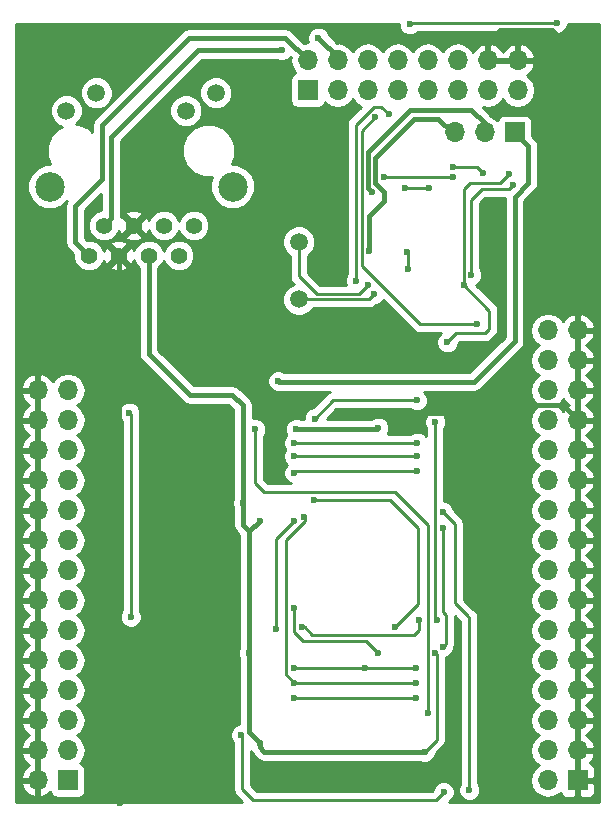
<source format=gbr>
G04 #@! TF.FileFunction,Copper,L2,Bot,Signal*
%FSLAX46Y46*%
G04 Gerber Fmt 4.6, Leading zero omitted, Abs format (unit mm)*
G04 Created by KiCad (PCBNEW 4.0.2-stable) date 5/15/2017 11:57:13 PM*
%MOMM*%
G01*
G04 APERTURE LIST*
%ADD10C,0.100000*%
%ADD11R,1.700000X1.700000*%
%ADD12O,1.700000X1.700000*%
%ADD13C,1.500000*%
%ADD14C,1.400000*%
%ADD15C,2.500000*%
%ADD16C,0.600000*%
%ADD17C,0.400000*%
%ADD18C,0.250000*%
%ADD19C,0.254000*%
G04 APERTURE END LIST*
D10*
D11*
X162179000Y-66675000D03*
D12*
X159639000Y-66675000D03*
X157099000Y-66675000D03*
D11*
X167513000Y-121539000D03*
D12*
X164973000Y-121539000D03*
X167513000Y-118999000D03*
X164973000Y-118999000D03*
X167513000Y-116459000D03*
X164973000Y-116459000D03*
X167513000Y-113919000D03*
X164973000Y-113919000D03*
X167513000Y-111379000D03*
X164973000Y-111379000D03*
X167513000Y-108839000D03*
X164973000Y-108839000D03*
X167513000Y-106299000D03*
X164973000Y-106299000D03*
X167513000Y-103759000D03*
X164973000Y-103759000D03*
X167513000Y-101219000D03*
X164973000Y-101219000D03*
X167513000Y-98679000D03*
X164973000Y-98679000D03*
X167513000Y-96139000D03*
X164973000Y-96139000D03*
X167513000Y-93599000D03*
X164973000Y-93599000D03*
X167513000Y-91059000D03*
X164973000Y-91059000D03*
X167513000Y-88519000D03*
X164973000Y-88519000D03*
X167513000Y-85979000D03*
X164973000Y-85979000D03*
X167513000Y-83439000D03*
X164973000Y-83439000D03*
D11*
X144653000Y-63119000D03*
D12*
X144653000Y-60579000D03*
X147193000Y-63119000D03*
X147193000Y-60579000D03*
X149733000Y-63119000D03*
X149733000Y-60579000D03*
X152273000Y-63119000D03*
X152273000Y-60579000D03*
X154813000Y-63119000D03*
X154813000Y-60579000D03*
X157353000Y-63119000D03*
X157353000Y-60579000D03*
X159893000Y-63119000D03*
X159893000Y-60579000D03*
X162433000Y-63119000D03*
X162433000Y-60579000D03*
D11*
X124333000Y-121539000D03*
D12*
X121793000Y-121539000D03*
X124333000Y-118999000D03*
X121793000Y-118999000D03*
X124333000Y-116459000D03*
X121793000Y-116459000D03*
X124333000Y-113919000D03*
X121793000Y-113919000D03*
X124333000Y-111379000D03*
X121793000Y-111379000D03*
X124333000Y-108839000D03*
X121793000Y-108839000D03*
X124333000Y-106299000D03*
X121793000Y-106299000D03*
X124333000Y-103759000D03*
X121793000Y-103759000D03*
X124333000Y-101219000D03*
X121793000Y-101219000D03*
X124333000Y-98679000D03*
X121793000Y-98679000D03*
X124333000Y-96139000D03*
X121793000Y-96139000D03*
X124333000Y-93599000D03*
X121793000Y-93599000D03*
X124333000Y-91059000D03*
X121793000Y-91059000D03*
X124333000Y-88519000D03*
X121793000Y-88519000D03*
D13*
X143891000Y-75946000D03*
X143891000Y-80826000D03*
D14*
X132445000Y-74570000D03*
X134985000Y-74570000D03*
X133715000Y-77110000D03*
X131175000Y-77110000D03*
X129905000Y-74570000D03*
X128635000Y-77110000D03*
X127365000Y-74570000D03*
X126095000Y-77110000D03*
D15*
X138290000Y-71280000D03*
X122790000Y-71280000D03*
D13*
X126755000Y-63330000D03*
X124215000Y-64850000D03*
X136865000Y-63330000D03*
X134325000Y-64850000D03*
D16*
X128778000Y-123444000D03*
X155956000Y-90424000D03*
X148971000Y-90297000D03*
X157480000Y-108458000D03*
X157226000Y-123317000D03*
X149733000Y-79629000D03*
X150241000Y-80391000D03*
X150114000Y-71755000D03*
X129667000Y-107696000D03*
X129540000Y-90424000D03*
X142150000Y-87740000D03*
X150622000Y-110744000D03*
X143510000Y-106934000D03*
X139192000Y-98044000D03*
X140589000Y-118364000D03*
X140589000Y-99568000D03*
X139700000Y-110744000D03*
X150622000Y-91694000D03*
X143637000Y-91821000D03*
X149860000Y-76708000D03*
X154559000Y-119126000D03*
X155448000Y-110744000D03*
X153162000Y-78232000D03*
X153035000Y-76835000D03*
X142494000Y-59690000D03*
X145542000Y-58674000D03*
X152908000Y-71374000D03*
X154940000Y-71374000D03*
X151130000Y-70485000D03*
X156972000Y-70485000D03*
X159004000Y-82931000D03*
X150368000Y-65405000D03*
X153289000Y-57531000D03*
X165735000Y-57404000D03*
X162052000Y-71120000D03*
X158496000Y-78740000D03*
X144370000Y-99270000D03*
X151511000Y-65151000D03*
X148717000Y-79248000D03*
X143510000Y-113284000D03*
X153797000Y-113284000D03*
X153924000Y-94107000D03*
X143510000Y-94107000D03*
X144145000Y-108585000D03*
X154051000Y-107950000D03*
X155575000Y-107950000D03*
X155448000Y-91186000D03*
X156464000Y-84455000D03*
X157861000Y-79629000D03*
X161671000Y-70231000D03*
X159512000Y-70104000D03*
X156972000Y-69596000D03*
X141986000Y-108712000D03*
X143510000Y-99568000D03*
X149530000Y-112014000D03*
X153890000Y-89380000D03*
X145240000Y-90910000D03*
X145200000Y-97840000D03*
X152000000Y-108590000D03*
X143510000Y-112014000D03*
X153797000Y-112014000D03*
X153924000Y-92964000D03*
X143510000Y-92964000D03*
X156083000Y-98806000D03*
X156150000Y-122540000D03*
X158330000Y-122370000D03*
X139030000Y-117690000D03*
X143510000Y-114554000D03*
X153797000Y-114554000D03*
X153924000Y-95377000D03*
X143510000Y-95504000D03*
X154813000Y-115824000D03*
X140208000Y-91821000D03*
X156083000Y-100203000D03*
X156083000Y-110236000D03*
D17*
X128635000Y-77110000D02*
X128635000Y-123301000D01*
X128635000Y-123301000D02*
X128778000Y-123444000D01*
X155956000Y-90424000D02*
X163195000Y-90424000D01*
X166243000Y-89789000D02*
X167513000Y-91059000D01*
X163830000Y-89789000D02*
X166243000Y-89789000D01*
X163195000Y-90424000D02*
X163830000Y-89789000D01*
X149098000Y-90424000D02*
X155956000Y-90424000D01*
X148971000Y-90297000D02*
X149098000Y-90424000D01*
X159893000Y-60579000D02*
X159893000Y-59055000D01*
X167513000Y-81153000D02*
X167513000Y-83439000D01*
X166116000Y-79756000D02*
X167513000Y-81153000D01*
X166116000Y-58801000D02*
X166116000Y-79756000D01*
X165354000Y-58039000D02*
X166116000Y-58801000D01*
X160909000Y-58039000D02*
X165354000Y-58039000D01*
X159893000Y-59055000D02*
X160909000Y-58039000D01*
X157480000Y-108458000D02*
X157226000Y-108712000D01*
X157226000Y-108712000D02*
X157226000Y-123317000D01*
D18*
X143891000Y-78867000D02*
X143891000Y-75946000D01*
X145399998Y-80375998D02*
X143891000Y-78867000D01*
X148986002Y-80375998D02*
X145399998Y-80375998D01*
X149733000Y-79629000D02*
X148986002Y-80375998D01*
X149806000Y-80826000D02*
X143891000Y-80826000D01*
X150241000Y-80391000D02*
X149806000Y-80826000D01*
D17*
X159639000Y-66675000D02*
X159639000Y-65913000D01*
X159639000Y-65913000D02*
X158496000Y-64770000D01*
X158496000Y-64770000D02*
X153289000Y-64770000D01*
X153289000Y-64770000D02*
X149750002Y-68308998D01*
X149750002Y-68308998D02*
X149750002Y-71391002D01*
X149750002Y-71391002D02*
X150114000Y-71755000D01*
D18*
X129667000Y-90551000D02*
X129667000Y-107696000D01*
X129540000Y-90424000D02*
X129667000Y-90551000D01*
D17*
X163340000Y-67836000D02*
X162179000Y-66675000D01*
X163340000Y-70990000D02*
X163340000Y-67836000D01*
X162160000Y-72170000D02*
X163340000Y-70990000D01*
X162160000Y-84360000D02*
X162160000Y-72170000D01*
X158690000Y-87830000D02*
X162160000Y-84360000D01*
X142240000Y-87830000D02*
X158690000Y-87830000D01*
X142150000Y-87740000D02*
X142240000Y-87830000D01*
D18*
X149606000Y-109728000D02*
X150622000Y-110744000D01*
X144272000Y-109728000D02*
X149606000Y-109728000D01*
X143510000Y-108966000D02*
X144272000Y-109728000D01*
X143510000Y-106934000D02*
X143510000Y-108966000D01*
X139192000Y-98044000D02*
X139140000Y-98044000D01*
X139140000Y-98044000D02*
X139192000Y-98044000D01*
X139192000Y-98044000D02*
X139140000Y-98044000D01*
D17*
X139140000Y-89800000D02*
X139140000Y-98044000D01*
X139140000Y-98044000D02*
X139140000Y-99897000D01*
X131175000Y-85415000D02*
X134690000Y-88930000D01*
X134690000Y-88930000D02*
X138270000Y-88930000D01*
X138270000Y-88930000D02*
X139140000Y-89800000D01*
X131175000Y-77110000D02*
X131175000Y-85415000D01*
X139140000Y-99897000D02*
X139700000Y-100457000D01*
X140589000Y-118364000D02*
X140589000Y-118745000D01*
X140970000Y-119126000D02*
X154559000Y-119126000D01*
X140589000Y-118745000D02*
X140970000Y-119126000D01*
X139700000Y-110744000D02*
X139700000Y-117475000D01*
X139700000Y-117475000D02*
X140589000Y-118364000D01*
X140589000Y-99568000D02*
X139700000Y-100457000D01*
X139700000Y-100457000D02*
X139700000Y-110744000D01*
X150622000Y-91694000D02*
X150495000Y-91821000D01*
X150495000Y-91821000D02*
X143637000Y-91821000D01*
X157099000Y-66675000D02*
X156845000Y-66675000D01*
X156845000Y-66675000D02*
X155702000Y-65532000D01*
X149860000Y-73787000D02*
X149860000Y-76708000D01*
X151130000Y-72517000D02*
X149860000Y-73787000D01*
X151130000Y-71755000D02*
X151130000Y-72517000D01*
X150368000Y-70993000D02*
X151130000Y-71755000D01*
X150368000Y-68834000D02*
X150368000Y-70993000D01*
X153670000Y-65532000D02*
X150368000Y-68834000D01*
X155702000Y-65532000D02*
X153670000Y-65532000D01*
D18*
X154559000Y-119126000D02*
X155575000Y-118110000D01*
X155575000Y-118110000D02*
X155575000Y-110871000D01*
X155575000Y-110871000D02*
X155448000Y-110744000D01*
X153162000Y-76962000D02*
X153162000Y-78232000D01*
X153035000Y-76835000D02*
X153162000Y-76962000D01*
D17*
X147193000Y-60579000D02*
X147193000Y-60325000D01*
X147193000Y-60325000D02*
X145542000Y-58674000D01*
X128016000Y-73919000D02*
X127365000Y-74570000D01*
X128016000Y-67056000D02*
X128016000Y-73919000D01*
X135382000Y-59690000D02*
X128016000Y-67056000D01*
X142494000Y-59690000D02*
X135382000Y-59690000D01*
D18*
X154940000Y-71374000D02*
X152908000Y-71374000D01*
D17*
X144653000Y-60579000D02*
X142748000Y-58674000D01*
X124968000Y-75983000D02*
X126095000Y-77110000D01*
X124968000Y-72898000D02*
X124968000Y-75983000D01*
X127254000Y-70612000D02*
X124968000Y-72898000D01*
X127254000Y-66040000D02*
X127254000Y-70612000D01*
X134620000Y-58674000D02*
X127254000Y-66040000D01*
X142748000Y-58674000D02*
X134620000Y-58674000D01*
D18*
X156972000Y-70485000D02*
X151130000Y-70485000D01*
X154178000Y-82931000D02*
X159004000Y-82931000D01*
X149225000Y-77978000D02*
X154178000Y-82931000D01*
X149225000Y-66548000D02*
X149225000Y-77978000D01*
X150368000Y-65405000D02*
X149225000Y-66548000D01*
X153289000Y-57531000D02*
X153416000Y-57404000D01*
X153416000Y-57404000D02*
X165735000Y-57404000D01*
X162052000Y-71120000D02*
X161671000Y-71501000D01*
X161671000Y-71501000D02*
X159385000Y-71501000D01*
X159385000Y-71501000D02*
X158496000Y-72390000D01*
X158496000Y-72390000D02*
X158496000Y-78740000D01*
X142770000Y-112544000D02*
X143510000Y-113284000D01*
X142770000Y-101230000D02*
X142770000Y-112544000D01*
X144420000Y-99580000D02*
X142770000Y-101230000D01*
X144420000Y-99320000D02*
X144420000Y-99580000D01*
X144370000Y-99270000D02*
X144420000Y-99320000D01*
X151511000Y-65151000D02*
X150876000Y-64516000D01*
X150876000Y-64516000D02*
X150241000Y-64516000D01*
X150241000Y-64516000D02*
X148717000Y-66040000D01*
X148717000Y-66040000D02*
X148717000Y-79248000D01*
X143510000Y-113284000D02*
X153797000Y-113284000D01*
X143510000Y-94107000D02*
X153924000Y-94107000D01*
X144145000Y-108585000D02*
X144399000Y-108585000D01*
X155575000Y-107950000D02*
X155448000Y-107823000D01*
X155448000Y-107823000D02*
X155448000Y-91186000D01*
X156464000Y-84455000D02*
X157226000Y-83693000D01*
X157226000Y-83693000D02*
X159639000Y-83693000D01*
X159639000Y-83693000D02*
X160020000Y-83312000D01*
X160020000Y-83312000D02*
X160020000Y-81788000D01*
X157861000Y-79629000D02*
X160020000Y-81788000D01*
X154051000Y-108839000D02*
X154051000Y-107950000D01*
X153670000Y-109220000D02*
X154051000Y-108839000D01*
X145034000Y-109220000D02*
X153670000Y-109220000D01*
X144399000Y-108585000D02*
X145034000Y-109220000D01*
X157861000Y-71501000D02*
X157861000Y-79629000D01*
X158369000Y-70993000D02*
X157861000Y-71501000D01*
X160909000Y-70993000D02*
X158369000Y-70993000D01*
X161671000Y-70231000D02*
X160909000Y-70993000D01*
X159512000Y-70104000D02*
X159004000Y-69596000D01*
X159004000Y-69596000D02*
X156972000Y-69596000D01*
X141986000Y-101092000D02*
X141986000Y-108712000D01*
X143510000Y-99568000D02*
X141986000Y-101092000D01*
X146770000Y-89380000D02*
X153890000Y-89380000D01*
X145240000Y-90910000D02*
X146770000Y-89380000D01*
X151630000Y-97840000D02*
X145200000Y-97840000D01*
X153960000Y-100170000D02*
X151630000Y-97840000D01*
X153960000Y-106630000D02*
X153960000Y-100170000D01*
X152000000Y-108590000D02*
X153960000Y-106630000D01*
X149098000Y-112014000D02*
X149530000Y-112014000D01*
X143510000Y-112014000D02*
X149098000Y-112014000D01*
X149530000Y-112014000D02*
X153797000Y-112014000D01*
X143510000Y-92964000D02*
X153924000Y-92964000D01*
X158115000Y-107569000D02*
X158119000Y-107569000D01*
X156083000Y-98806000D02*
X157099000Y-99822000D01*
X157099000Y-99822000D02*
X157099000Y-106553000D01*
X157099000Y-106553000D02*
X158115000Y-107569000D01*
X139070000Y-122290000D02*
X139070000Y-121290000D01*
X140000000Y-123220000D02*
X139070000Y-122290000D01*
X155470000Y-123220000D02*
X140000000Y-123220000D01*
X156150000Y-122540000D02*
X155470000Y-123220000D01*
X158330000Y-107780000D02*
X158330000Y-122370000D01*
X158119000Y-107569000D02*
X158330000Y-107780000D01*
X139070000Y-121290000D02*
X139070000Y-117730000D01*
X139070000Y-117730000D02*
X139030000Y-117690000D01*
X139070000Y-121290000D02*
X139065000Y-121285000D01*
X143510000Y-114554000D02*
X153797000Y-114554000D01*
X143637000Y-95377000D02*
X153924000Y-95377000D01*
X143510000Y-95504000D02*
X143637000Y-95377000D01*
X154813000Y-99949000D02*
X154813000Y-115824000D01*
X152019000Y-97155000D02*
X154813000Y-99949000D01*
X140970000Y-97155000D02*
X152019000Y-97155000D01*
X140208000Y-96393000D02*
X140970000Y-97155000D01*
X140208000Y-91821000D02*
X140208000Y-96393000D01*
X156083000Y-107315000D02*
X156083000Y-100203000D01*
X156337000Y-107569000D02*
X156083000Y-107315000D01*
X156337000Y-109982000D02*
X156337000Y-107569000D01*
X156083000Y-110236000D02*
X156337000Y-109982000D01*
D19*
G36*
X152353838Y-57716167D02*
X152495883Y-58059943D01*
X152758673Y-58323192D01*
X153102201Y-58465838D01*
X153474167Y-58466162D01*
X153817943Y-58324117D01*
X153978340Y-58164000D01*
X165172537Y-58164000D01*
X165204673Y-58196192D01*
X165548201Y-58338838D01*
X165920167Y-58339162D01*
X166263943Y-58197117D01*
X166527192Y-57934327D01*
X166669838Y-57590799D01*
X166669935Y-57479000D01*
X169343000Y-57479000D01*
X169343000Y-123369000D01*
X156592099Y-123369000D01*
X156678943Y-123333117D01*
X156942192Y-123070327D01*
X157084838Y-122726799D01*
X157085162Y-122354833D01*
X156943117Y-122011057D01*
X156680327Y-121747808D01*
X156336799Y-121605162D01*
X155964833Y-121604838D01*
X155621057Y-121746883D01*
X155357808Y-122009673D01*
X155215162Y-122353201D01*
X155215121Y-122400077D01*
X155155198Y-122460000D01*
X140314802Y-122460000D01*
X139830000Y-121975198D01*
X139830000Y-119083157D01*
X139907404Y-119199000D01*
X139998566Y-119335434D01*
X140379566Y-119716434D01*
X140650459Y-119897439D01*
X140970000Y-119961000D01*
X154131766Y-119961000D01*
X154372201Y-120060838D01*
X154744167Y-120061162D01*
X155087943Y-119919117D01*
X155351192Y-119656327D01*
X155493838Y-119312799D01*
X155493879Y-119265923D01*
X156112401Y-118647401D01*
X156277148Y-118400839D01*
X156335000Y-118110000D01*
X156335000Y-111143547D01*
X156611943Y-111029117D01*
X156875192Y-110766327D01*
X157017838Y-110422799D01*
X157017941Y-110304579D01*
X157039148Y-110272840D01*
X157097000Y-109982000D01*
X157097000Y-107625802D01*
X157570000Y-108098802D01*
X157570000Y-121807537D01*
X157537808Y-121839673D01*
X157395162Y-122183201D01*
X157394838Y-122555167D01*
X157536883Y-122898943D01*
X157799673Y-123162192D01*
X158143201Y-123304838D01*
X158515167Y-123305162D01*
X158858943Y-123163117D01*
X159122192Y-122900327D01*
X159264838Y-122556799D01*
X159265162Y-122184833D01*
X159123117Y-121841057D01*
X159090000Y-121807882D01*
X159090000Y-107780000D01*
X159032148Y-107489161D01*
X158867401Y-107242599D01*
X158656401Y-107031599D01*
X158644346Y-107023544D01*
X157859000Y-106238198D01*
X157859000Y-99822000D01*
X157801148Y-99531161D01*
X157636401Y-99284599D01*
X157018122Y-98666320D01*
X157018162Y-98620833D01*
X156876117Y-98277057D01*
X156613327Y-98013808D01*
X156269799Y-97871162D01*
X156208000Y-97871108D01*
X156208000Y-91748463D01*
X156240192Y-91716327D01*
X156382838Y-91372799D01*
X156383162Y-91000833D01*
X156241117Y-90657057D01*
X155978327Y-90393808D01*
X155634799Y-90251162D01*
X155262833Y-90250838D01*
X154919057Y-90392883D01*
X154655808Y-90655673D01*
X154513162Y-90999201D01*
X154512838Y-91371167D01*
X154654883Y-91714943D01*
X154688000Y-91748118D01*
X154688000Y-92405889D01*
X154454327Y-92171808D01*
X154110799Y-92029162D01*
X153738833Y-92028838D01*
X153395057Y-92170883D01*
X153361882Y-92204000D01*
X151422633Y-92204000D01*
X151556838Y-91880799D01*
X151557162Y-91508833D01*
X151415117Y-91165057D01*
X151152327Y-90901808D01*
X150808799Y-90759162D01*
X150436833Y-90758838D01*
X150093057Y-90900883D01*
X150007791Y-90986000D01*
X146238802Y-90986000D01*
X147084802Y-90140000D01*
X153327537Y-90140000D01*
X153359673Y-90172192D01*
X153703201Y-90314838D01*
X154075167Y-90315162D01*
X154418943Y-90173117D01*
X154682192Y-89910327D01*
X154824838Y-89566799D01*
X154825162Y-89194833D01*
X154683117Y-88851057D01*
X154497384Y-88665000D01*
X158690000Y-88665000D01*
X159009541Y-88601439D01*
X159280434Y-88420434D01*
X162750434Y-84950434D01*
X162861764Y-84783817D01*
X162931439Y-84679541D01*
X162995000Y-84360000D01*
X162995000Y-83439000D01*
X163458907Y-83439000D01*
X163571946Y-84007285D01*
X163893853Y-84489054D01*
X164223026Y-84709000D01*
X163893853Y-84928946D01*
X163571946Y-85410715D01*
X163458907Y-85979000D01*
X163571946Y-86547285D01*
X163893853Y-87029054D01*
X164223026Y-87249000D01*
X163893853Y-87468946D01*
X163571946Y-87950715D01*
X163458907Y-88519000D01*
X163571946Y-89087285D01*
X163893853Y-89569054D01*
X164223026Y-89789000D01*
X163893853Y-90008946D01*
X163571946Y-90490715D01*
X163458907Y-91059000D01*
X163571946Y-91627285D01*
X163893853Y-92109054D01*
X164223026Y-92329000D01*
X163893853Y-92548946D01*
X163571946Y-93030715D01*
X163458907Y-93599000D01*
X163571946Y-94167285D01*
X163893853Y-94649054D01*
X164223026Y-94869000D01*
X163893853Y-95088946D01*
X163571946Y-95570715D01*
X163458907Y-96139000D01*
X163571946Y-96707285D01*
X163893853Y-97189054D01*
X164223026Y-97409000D01*
X163893853Y-97628946D01*
X163571946Y-98110715D01*
X163458907Y-98679000D01*
X163571946Y-99247285D01*
X163893853Y-99729054D01*
X164223026Y-99949000D01*
X163893853Y-100168946D01*
X163571946Y-100650715D01*
X163458907Y-101219000D01*
X163571946Y-101787285D01*
X163893853Y-102269054D01*
X164223026Y-102489000D01*
X163893853Y-102708946D01*
X163571946Y-103190715D01*
X163458907Y-103759000D01*
X163571946Y-104327285D01*
X163893853Y-104809054D01*
X164223026Y-105029000D01*
X163893853Y-105248946D01*
X163571946Y-105730715D01*
X163458907Y-106299000D01*
X163571946Y-106867285D01*
X163893853Y-107349054D01*
X164223026Y-107569000D01*
X163893853Y-107788946D01*
X163571946Y-108270715D01*
X163458907Y-108839000D01*
X163571946Y-109407285D01*
X163893853Y-109889054D01*
X164223026Y-110109000D01*
X163893853Y-110328946D01*
X163571946Y-110810715D01*
X163458907Y-111379000D01*
X163571946Y-111947285D01*
X163893853Y-112429054D01*
X164223026Y-112649000D01*
X163893853Y-112868946D01*
X163571946Y-113350715D01*
X163458907Y-113919000D01*
X163571946Y-114487285D01*
X163893853Y-114969054D01*
X164223026Y-115189000D01*
X163893853Y-115408946D01*
X163571946Y-115890715D01*
X163458907Y-116459000D01*
X163571946Y-117027285D01*
X163893853Y-117509054D01*
X164223026Y-117729000D01*
X163893853Y-117948946D01*
X163571946Y-118430715D01*
X163458907Y-118999000D01*
X163571946Y-119567285D01*
X163893853Y-120049054D01*
X164223026Y-120269000D01*
X163893853Y-120488946D01*
X163571946Y-120970715D01*
X163458907Y-121539000D01*
X163571946Y-122107285D01*
X163893853Y-122589054D01*
X164375622Y-122910961D01*
X164943907Y-123024000D01*
X165002093Y-123024000D01*
X165570378Y-122910961D01*
X166052147Y-122589054D01*
X166056097Y-122583142D01*
X166124673Y-122748699D01*
X166303302Y-122927327D01*
X166536691Y-123024000D01*
X167227250Y-123024000D01*
X167386000Y-122865250D01*
X167386000Y-121666000D01*
X167640000Y-121666000D01*
X167640000Y-122865250D01*
X167798750Y-123024000D01*
X168489309Y-123024000D01*
X168722698Y-122927327D01*
X168901327Y-122748699D01*
X168998000Y-122515310D01*
X168998000Y-121824750D01*
X168839250Y-121666000D01*
X167640000Y-121666000D01*
X167386000Y-121666000D01*
X167366000Y-121666000D01*
X167366000Y-121412000D01*
X167386000Y-121412000D01*
X167386000Y-119126000D01*
X167640000Y-119126000D01*
X167640000Y-121412000D01*
X168839250Y-121412000D01*
X168998000Y-121253250D01*
X168998000Y-120562690D01*
X168901327Y-120329301D01*
X168722698Y-120150673D01*
X168513122Y-120063864D01*
X168784645Y-119765924D01*
X168954476Y-119355890D01*
X168833155Y-119126000D01*
X167640000Y-119126000D01*
X167386000Y-119126000D01*
X167366000Y-119126000D01*
X167366000Y-118872000D01*
X167386000Y-118872000D01*
X167386000Y-116586000D01*
X167640000Y-116586000D01*
X167640000Y-118872000D01*
X168833155Y-118872000D01*
X168954476Y-118642110D01*
X168784645Y-118232076D01*
X168394358Y-117803817D01*
X168235046Y-117729000D01*
X168394358Y-117654183D01*
X168784645Y-117225924D01*
X168954476Y-116815890D01*
X168833155Y-116586000D01*
X167640000Y-116586000D01*
X167386000Y-116586000D01*
X167366000Y-116586000D01*
X167366000Y-116332000D01*
X167386000Y-116332000D01*
X167386000Y-114046000D01*
X167640000Y-114046000D01*
X167640000Y-116332000D01*
X168833155Y-116332000D01*
X168954476Y-116102110D01*
X168784645Y-115692076D01*
X168394358Y-115263817D01*
X168235046Y-115189000D01*
X168394358Y-115114183D01*
X168784645Y-114685924D01*
X168954476Y-114275890D01*
X168833155Y-114046000D01*
X167640000Y-114046000D01*
X167386000Y-114046000D01*
X167366000Y-114046000D01*
X167366000Y-113792000D01*
X167386000Y-113792000D01*
X167386000Y-111506000D01*
X167640000Y-111506000D01*
X167640000Y-113792000D01*
X168833155Y-113792000D01*
X168954476Y-113562110D01*
X168784645Y-113152076D01*
X168394358Y-112723817D01*
X168235046Y-112649000D01*
X168394358Y-112574183D01*
X168784645Y-112145924D01*
X168954476Y-111735890D01*
X168833155Y-111506000D01*
X167640000Y-111506000D01*
X167386000Y-111506000D01*
X167366000Y-111506000D01*
X167366000Y-111252000D01*
X167386000Y-111252000D01*
X167386000Y-108966000D01*
X167640000Y-108966000D01*
X167640000Y-111252000D01*
X168833155Y-111252000D01*
X168954476Y-111022110D01*
X168784645Y-110612076D01*
X168394358Y-110183817D01*
X168235046Y-110109000D01*
X168394358Y-110034183D01*
X168784645Y-109605924D01*
X168954476Y-109195890D01*
X168833155Y-108966000D01*
X167640000Y-108966000D01*
X167386000Y-108966000D01*
X167366000Y-108966000D01*
X167366000Y-108712000D01*
X167386000Y-108712000D01*
X167386000Y-106426000D01*
X167640000Y-106426000D01*
X167640000Y-108712000D01*
X168833155Y-108712000D01*
X168954476Y-108482110D01*
X168784645Y-108072076D01*
X168394358Y-107643817D01*
X168235046Y-107569000D01*
X168394358Y-107494183D01*
X168784645Y-107065924D01*
X168954476Y-106655890D01*
X168833155Y-106426000D01*
X167640000Y-106426000D01*
X167386000Y-106426000D01*
X167366000Y-106426000D01*
X167366000Y-106172000D01*
X167386000Y-106172000D01*
X167386000Y-103886000D01*
X167640000Y-103886000D01*
X167640000Y-106172000D01*
X168833155Y-106172000D01*
X168954476Y-105942110D01*
X168784645Y-105532076D01*
X168394358Y-105103817D01*
X168235046Y-105029000D01*
X168394358Y-104954183D01*
X168784645Y-104525924D01*
X168954476Y-104115890D01*
X168833155Y-103886000D01*
X167640000Y-103886000D01*
X167386000Y-103886000D01*
X167366000Y-103886000D01*
X167366000Y-103632000D01*
X167386000Y-103632000D01*
X167386000Y-101346000D01*
X167640000Y-101346000D01*
X167640000Y-103632000D01*
X168833155Y-103632000D01*
X168954476Y-103402110D01*
X168784645Y-102992076D01*
X168394358Y-102563817D01*
X168235046Y-102489000D01*
X168394358Y-102414183D01*
X168784645Y-101985924D01*
X168954476Y-101575890D01*
X168833155Y-101346000D01*
X167640000Y-101346000D01*
X167386000Y-101346000D01*
X167366000Y-101346000D01*
X167366000Y-101092000D01*
X167386000Y-101092000D01*
X167386000Y-98806000D01*
X167640000Y-98806000D01*
X167640000Y-101092000D01*
X168833155Y-101092000D01*
X168954476Y-100862110D01*
X168784645Y-100452076D01*
X168394358Y-100023817D01*
X168235046Y-99949000D01*
X168394358Y-99874183D01*
X168784645Y-99445924D01*
X168954476Y-99035890D01*
X168833155Y-98806000D01*
X167640000Y-98806000D01*
X167386000Y-98806000D01*
X167366000Y-98806000D01*
X167366000Y-98552000D01*
X167386000Y-98552000D01*
X167386000Y-96266000D01*
X167640000Y-96266000D01*
X167640000Y-98552000D01*
X168833155Y-98552000D01*
X168954476Y-98322110D01*
X168784645Y-97912076D01*
X168394358Y-97483817D01*
X168235046Y-97409000D01*
X168394358Y-97334183D01*
X168784645Y-96905924D01*
X168954476Y-96495890D01*
X168833155Y-96266000D01*
X167640000Y-96266000D01*
X167386000Y-96266000D01*
X167366000Y-96266000D01*
X167366000Y-96012000D01*
X167386000Y-96012000D01*
X167386000Y-93726000D01*
X167640000Y-93726000D01*
X167640000Y-96012000D01*
X168833155Y-96012000D01*
X168954476Y-95782110D01*
X168784645Y-95372076D01*
X168394358Y-94943817D01*
X168235046Y-94869000D01*
X168394358Y-94794183D01*
X168784645Y-94365924D01*
X168954476Y-93955890D01*
X168833155Y-93726000D01*
X167640000Y-93726000D01*
X167386000Y-93726000D01*
X167366000Y-93726000D01*
X167366000Y-93472000D01*
X167386000Y-93472000D01*
X167386000Y-91186000D01*
X167640000Y-91186000D01*
X167640000Y-93472000D01*
X168833155Y-93472000D01*
X168954476Y-93242110D01*
X168784645Y-92832076D01*
X168394358Y-92403817D01*
X168235046Y-92329000D01*
X168394358Y-92254183D01*
X168784645Y-91825924D01*
X168954476Y-91415890D01*
X168833155Y-91186000D01*
X167640000Y-91186000D01*
X167386000Y-91186000D01*
X167366000Y-91186000D01*
X167366000Y-90932000D01*
X167386000Y-90932000D01*
X167386000Y-88646000D01*
X167640000Y-88646000D01*
X167640000Y-90932000D01*
X168833155Y-90932000D01*
X168954476Y-90702110D01*
X168784645Y-90292076D01*
X168394358Y-89863817D01*
X168235046Y-89789000D01*
X168394358Y-89714183D01*
X168784645Y-89285924D01*
X168954476Y-88875890D01*
X168833155Y-88646000D01*
X167640000Y-88646000D01*
X167386000Y-88646000D01*
X167366000Y-88646000D01*
X167366000Y-88392000D01*
X167386000Y-88392000D01*
X167386000Y-86106000D01*
X167640000Y-86106000D01*
X167640000Y-88392000D01*
X168833155Y-88392000D01*
X168954476Y-88162110D01*
X168784645Y-87752076D01*
X168394358Y-87323817D01*
X168235046Y-87249000D01*
X168394358Y-87174183D01*
X168784645Y-86745924D01*
X168954476Y-86335890D01*
X168833155Y-86106000D01*
X167640000Y-86106000D01*
X167386000Y-86106000D01*
X167366000Y-86106000D01*
X167366000Y-85852000D01*
X167386000Y-85852000D01*
X167386000Y-83566000D01*
X167640000Y-83566000D01*
X167640000Y-85852000D01*
X168833155Y-85852000D01*
X168954476Y-85622110D01*
X168784645Y-85212076D01*
X168394358Y-84783817D01*
X168235046Y-84709000D01*
X168394358Y-84634183D01*
X168784645Y-84205924D01*
X168954476Y-83795890D01*
X168833155Y-83566000D01*
X167640000Y-83566000D01*
X167386000Y-83566000D01*
X167366000Y-83566000D01*
X167366000Y-83312000D01*
X167386000Y-83312000D01*
X167386000Y-82118181D01*
X167640000Y-82118181D01*
X167640000Y-83312000D01*
X168833155Y-83312000D01*
X168954476Y-83082110D01*
X168784645Y-82672076D01*
X168394358Y-82243817D01*
X167869892Y-81997514D01*
X167640000Y-82118181D01*
X167386000Y-82118181D01*
X167156108Y-81997514D01*
X166631642Y-82243817D01*
X166241355Y-82672076D01*
X166241345Y-82672101D01*
X166052147Y-82388946D01*
X165570378Y-82067039D01*
X165002093Y-81954000D01*
X164943907Y-81954000D01*
X164375622Y-82067039D01*
X163893853Y-82388946D01*
X163571946Y-82870715D01*
X163458907Y-83439000D01*
X162995000Y-83439000D01*
X162995000Y-72515868D01*
X163930434Y-71580434D01*
X163983510Y-71501000D01*
X164111439Y-71309541D01*
X164175000Y-70990000D01*
X164175000Y-67836000D01*
X164111439Y-67516459D01*
X163930434Y-67245566D01*
X163676440Y-66991572D01*
X163676440Y-65825000D01*
X163632162Y-65589683D01*
X163493090Y-65373559D01*
X163280890Y-65228569D01*
X163029000Y-65177560D01*
X161329000Y-65177560D01*
X161093683Y-65221838D01*
X160877559Y-65360910D01*
X160732569Y-65573110D01*
X160718914Y-65640541D01*
X160689054Y-65595853D01*
X160207285Y-65273946D01*
X160174241Y-65267373D01*
X159452300Y-64545432D01*
X159893000Y-64633093D01*
X160461285Y-64520054D01*
X160943054Y-64198147D01*
X161163000Y-63868974D01*
X161382946Y-64198147D01*
X161864715Y-64520054D01*
X162433000Y-64633093D01*
X163001285Y-64520054D01*
X163483054Y-64198147D01*
X163804961Y-63716378D01*
X163918000Y-63148093D01*
X163918000Y-63089907D01*
X163804961Y-62521622D01*
X163483054Y-62039853D01*
X163199899Y-61850655D01*
X163199924Y-61850645D01*
X163628183Y-61460358D01*
X163874486Y-60935892D01*
X163753819Y-60706000D01*
X162560000Y-60706000D01*
X162560000Y-60726000D01*
X162306000Y-60726000D01*
X162306000Y-60706000D01*
X160020000Y-60706000D01*
X160020000Y-60726000D01*
X159766000Y-60726000D01*
X159766000Y-60706000D01*
X159746000Y-60706000D01*
X159746000Y-60452000D01*
X159766000Y-60452000D01*
X159766000Y-59258845D01*
X160020000Y-59258845D01*
X160020000Y-60452000D01*
X162306000Y-60452000D01*
X162306000Y-59258845D01*
X162560000Y-59258845D01*
X162560000Y-60452000D01*
X163753819Y-60452000D01*
X163874486Y-60222108D01*
X163628183Y-59697642D01*
X163199924Y-59307355D01*
X162789890Y-59137524D01*
X162560000Y-59258845D01*
X162306000Y-59258845D01*
X162076110Y-59137524D01*
X161666076Y-59307355D01*
X161237817Y-59697642D01*
X161163000Y-59856954D01*
X161088183Y-59697642D01*
X160659924Y-59307355D01*
X160249890Y-59137524D01*
X160020000Y-59258845D01*
X159766000Y-59258845D01*
X159536110Y-59137524D01*
X159126076Y-59307355D01*
X158697817Y-59697642D01*
X158630702Y-59840553D01*
X158403054Y-59499853D01*
X157921285Y-59177946D01*
X157353000Y-59064907D01*
X156784715Y-59177946D01*
X156302946Y-59499853D01*
X156083000Y-59829026D01*
X155863054Y-59499853D01*
X155381285Y-59177946D01*
X154813000Y-59064907D01*
X154244715Y-59177946D01*
X153762946Y-59499853D01*
X153543000Y-59829026D01*
X153323054Y-59499853D01*
X152841285Y-59177946D01*
X152273000Y-59064907D01*
X151704715Y-59177946D01*
X151222946Y-59499853D01*
X151003000Y-59829026D01*
X150783054Y-59499853D01*
X150301285Y-59177946D01*
X149733000Y-59064907D01*
X149164715Y-59177946D01*
X148682946Y-59499853D01*
X148463000Y-59829026D01*
X148243054Y-59499853D01*
X147761285Y-59177946D01*
X147193000Y-59064907D01*
X147126919Y-59078051D01*
X146434535Y-58385667D01*
X146335117Y-58145057D01*
X146072327Y-57881808D01*
X145728799Y-57739162D01*
X145356833Y-57738838D01*
X145013057Y-57880883D01*
X144749808Y-58143673D01*
X144607162Y-58487201D01*
X144606838Y-58859167D01*
X144695327Y-59073326D01*
X144653000Y-59064907D01*
X144375061Y-59120193D01*
X143338434Y-58083566D01*
X143271736Y-58039000D01*
X143067541Y-57902561D01*
X142748000Y-57839000D01*
X134620000Y-57839000D01*
X134300459Y-57902561D01*
X134096264Y-58039000D01*
X134029566Y-58083566D01*
X126663566Y-65449566D01*
X126482561Y-65720459D01*
X126419000Y-66040000D01*
X126419000Y-66627868D01*
X126106859Y-66315182D01*
X125276514Y-65970393D01*
X125053243Y-65970198D01*
X125388461Y-65635564D01*
X125599759Y-65126702D01*
X125600240Y-64575715D01*
X125389831Y-64066485D01*
X125000564Y-63676539D01*
X124826558Y-63604285D01*
X125369760Y-63604285D01*
X125580169Y-64113515D01*
X125969436Y-64503461D01*
X126478298Y-64714759D01*
X127029285Y-64715240D01*
X127538515Y-64504831D01*
X127928461Y-64115564D01*
X128139759Y-63606702D01*
X128140240Y-63055715D01*
X127929831Y-62546485D01*
X127540564Y-62156539D01*
X127031702Y-61945241D01*
X126480715Y-61944760D01*
X125971485Y-62155169D01*
X125581539Y-62544436D01*
X125370241Y-63053298D01*
X125369760Y-63604285D01*
X124826558Y-63604285D01*
X124491702Y-63465241D01*
X123940715Y-63464760D01*
X123431485Y-63675169D01*
X123041539Y-64064436D01*
X122830241Y-64573298D01*
X122829760Y-65124285D01*
X123040169Y-65633515D01*
X123429436Y-66023461D01*
X123837258Y-66192803D01*
X123546485Y-66312948D01*
X122910182Y-66948141D01*
X122565393Y-67778486D01*
X122564609Y-68677570D01*
X122861070Y-69395062D01*
X122416695Y-69394674D01*
X121723628Y-69681043D01*
X121192907Y-70210839D01*
X120905328Y-70903405D01*
X120904674Y-71653305D01*
X121191043Y-72346372D01*
X121720839Y-72877093D01*
X122413405Y-73164672D01*
X123163305Y-73165326D01*
X123856372Y-72878957D01*
X124275016Y-72461042D01*
X124196561Y-72578459D01*
X124133000Y-72898000D01*
X124133000Y-75983000D01*
X124196561Y-76302541D01*
X124358006Y-76544161D01*
X124377566Y-76573434D01*
X124760134Y-76956002D01*
X124759769Y-77374383D01*
X124962582Y-77865229D01*
X125337796Y-78241098D01*
X125828287Y-78444768D01*
X126359383Y-78445231D01*
X126850229Y-78242418D01*
X127047716Y-78045275D01*
X127879331Y-78045275D01*
X127941169Y-78281042D01*
X128442122Y-78457419D01*
X128972440Y-78428664D01*
X129328831Y-78281042D01*
X129390669Y-78045275D01*
X128635000Y-77289605D01*
X127879331Y-78045275D01*
X127047716Y-78045275D01*
X127226098Y-77867204D01*
X127358316Y-77548788D01*
X127463958Y-77803831D01*
X127699725Y-77865669D01*
X128455395Y-77110000D01*
X127699725Y-76354331D01*
X127463958Y-76416169D01*
X127366804Y-76692111D01*
X127227418Y-76354771D01*
X127047686Y-76174725D01*
X127879331Y-76174725D01*
X128635000Y-76930395D01*
X129390669Y-76174725D01*
X129328831Y-75938958D01*
X128827878Y-75762581D01*
X128297560Y-75791336D01*
X127941169Y-75938958D01*
X127879331Y-76174725D01*
X127047686Y-76174725D01*
X126852204Y-75978902D01*
X126361713Y-75775232D01*
X125940733Y-75774865D01*
X125803000Y-75637132D01*
X125803000Y-73243868D01*
X127181000Y-71865868D01*
X127181000Y-73234839D01*
X127100617Y-73234769D01*
X126609771Y-73437582D01*
X126233902Y-73812796D01*
X126030232Y-74303287D01*
X126029769Y-74834383D01*
X126232582Y-75325229D01*
X126607796Y-75701098D01*
X127098287Y-75904768D01*
X127629383Y-75905231D01*
X128120229Y-75702418D01*
X128317716Y-75505275D01*
X129149331Y-75505275D01*
X129211169Y-75741042D01*
X129712122Y-75917419D01*
X130242440Y-75888664D01*
X130598831Y-75741042D01*
X130660669Y-75505275D01*
X129905000Y-74749605D01*
X129149331Y-75505275D01*
X128317716Y-75505275D01*
X128496098Y-75327204D01*
X128628316Y-75008788D01*
X128733958Y-75263831D01*
X128969725Y-75325669D01*
X129725395Y-74570000D01*
X130084605Y-74570000D01*
X130840275Y-75325669D01*
X131076042Y-75263831D01*
X131173196Y-74987889D01*
X131312582Y-75325229D01*
X131687796Y-75701098D01*
X132178287Y-75904768D01*
X132709383Y-75905231D01*
X133200229Y-75702418D01*
X133576098Y-75327204D01*
X133715091Y-74992473D01*
X133852582Y-75325229D01*
X134227796Y-75701098D01*
X134718287Y-75904768D01*
X135249383Y-75905231D01*
X135740229Y-75702418D01*
X136116098Y-75327204D01*
X136319768Y-74836713D01*
X136320231Y-74305617D01*
X136117418Y-73814771D01*
X135742204Y-73438902D01*
X135251713Y-73235232D01*
X134720617Y-73234769D01*
X134229771Y-73437582D01*
X133853902Y-73812796D01*
X133714909Y-74147527D01*
X133577418Y-73814771D01*
X133202204Y-73438902D01*
X132711713Y-73235232D01*
X132180617Y-73234769D01*
X131689771Y-73437582D01*
X131313902Y-73812796D01*
X131181684Y-74131212D01*
X131076042Y-73876169D01*
X130840275Y-73814331D01*
X130084605Y-74570000D01*
X129725395Y-74570000D01*
X128969725Y-73814331D01*
X128851000Y-73845471D01*
X128851000Y-73634725D01*
X129149331Y-73634725D01*
X129905000Y-74390395D01*
X130660669Y-73634725D01*
X130598831Y-73398958D01*
X130097878Y-73222581D01*
X129567560Y-73251336D01*
X129211169Y-73398958D01*
X129149331Y-73634725D01*
X128851000Y-73634725D01*
X128851000Y-68677570D01*
X133994609Y-68677570D01*
X134337948Y-69508515D01*
X134973141Y-70144818D01*
X135803486Y-70489607D01*
X136576872Y-70490281D01*
X136405328Y-70903405D01*
X136404674Y-71653305D01*
X136691043Y-72346372D01*
X137220839Y-72877093D01*
X137913405Y-73164672D01*
X138663305Y-73165326D01*
X139356372Y-72878957D01*
X139887093Y-72349161D01*
X140174672Y-71656595D01*
X140175326Y-70906695D01*
X139888957Y-70213628D01*
X139359161Y-69682907D01*
X138666595Y-69395328D01*
X138218368Y-69394937D01*
X138514607Y-68681514D01*
X138515391Y-67782430D01*
X138172052Y-66951485D01*
X137536859Y-66315182D01*
X136706514Y-65970393D01*
X135807430Y-65969609D01*
X134976485Y-66312948D01*
X134340182Y-66948141D01*
X133995393Y-67778486D01*
X133994609Y-68677570D01*
X128851000Y-68677570D01*
X128851000Y-67401868D01*
X131128583Y-65124285D01*
X132939760Y-65124285D01*
X133150169Y-65633515D01*
X133539436Y-66023461D01*
X134048298Y-66234759D01*
X134599285Y-66235240D01*
X135108515Y-66024831D01*
X135498461Y-65635564D01*
X135709759Y-65126702D01*
X135710240Y-64575715D01*
X135499831Y-64066485D01*
X135110564Y-63676539D01*
X134936558Y-63604285D01*
X135479760Y-63604285D01*
X135690169Y-64113515D01*
X136079436Y-64503461D01*
X136588298Y-64714759D01*
X137139285Y-64715240D01*
X137648515Y-64504831D01*
X138038461Y-64115564D01*
X138249759Y-63606702D01*
X138250240Y-63055715D01*
X138039831Y-62546485D01*
X137650564Y-62156539D01*
X137141702Y-61945241D01*
X136590715Y-61944760D01*
X136081485Y-62155169D01*
X135691539Y-62544436D01*
X135480241Y-63053298D01*
X135479760Y-63604285D01*
X134936558Y-63604285D01*
X134601702Y-63465241D01*
X134050715Y-63464760D01*
X133541485Y-63675169D01*
X133151539Y-64064436D01*
X132940241Y-64573298D01*
X132939760Y-65124285D01*
X131128583Y-65124285D01*
X135727868Y-60525000D01*
X142066766Y-60525000D01*
X142307201Y-60624838D01*
X142679167Y-60625162D01*
X143022943Y-60483117D01*
X143199750Y-60306618D01*
X143213632Y-60320500D01*
X143168000Y-60549907D01*
X143168000Y-60608093D01*
X143281039Y-61176378D01*
X143602946Y-61658147D01*
X143604179Y-61658971D01*
X143567683Y-61665838D01*
X143351559Y-61804910D01*
X143206569Y-62017110D01*
X143155560Y-62269000D01*
X143155560Y-63969000D01*
X143199838Y-64204317D01*
X143338910Y-64420441D01*
X143551110Y-64565431D01*
X143803000Y-64616440D01*
X145503000Y-64616440D01*
X145738317Y-64572162D01*
X145954441Y-64433090D01*
X146099431Y-64220890D01*
X146113086Y-64153459D01*
X146142946Y-64198147D01*
X146624715Y-64520054D01*
X147193000Y-64633093D01*
X147761285Y-64520054D01*
X148243054Y-64198147D01*
X148463000Y-63868974D01*
X148682946Y-64198147D01*
X149163174Y-64519024D01*
X148179599Y-65502599D01*
X148014852Y-65749161D01*
X147957000Y-66040000D01*
X147957000Y-78685537D01*
X147924808Y-78717673D01*
X147782162Y-79061201D01*
X147781838Y-79433167D01*
X147857382Y-79615998D01*
X145714800Y-79615998D01*
X144651000Y-78552198D01*
X144651000Y-77130547D01*
X144674515Y-77120831D01*
X145064461Y-76731564D01*
X145275759Y-76222702D01*
X145276240Y-75671715D01*
X145065831Y-75162485D01*
X144676564Y-74772539D01*
X144167702Y-74561241D01*
X143616715Y-74560760D01*
X143107485Y-74771169D01*
X142717539Y-75160436D01*
X142506241Y-75669298D01*
X142505760Y-76220285D01*
X142716169Y-76729515D01*
X143105436Y-77119461D01*
X143131000Y-77130076D01*
X143131000Y-78867000D01*
X143188852Y-79157839D01*
X143353599Y-79404401D01*
X143456258Y-79507060D01*
X143107485Y-79651169D01*
X142717539Y-80040436D01*
X142506241Y-80549298D01*
X142505760Y-81100285D01*
X142716169Y-81609515D01*
X143105436Y-81999461D01*
X143614298Y-82210759D01*
X144165285Y-82211240D01*
X144674515Y-82000831D01*
X145064461Y-81611564D01*
X145075076Y-81586000D01*
X149806000Y-81586000D01*
X150096839Y-81528148D01*
X150343401Y-81363401D01*
X150380680Y-81326122D01*
X150426167Y-81326162D01*
X150769943Y-81184117D01*
X151033192Y-80921327D01*
X151050894Y-80878696D01*
X153640599Y-83468401D01*
X153887161Y-83633148D01*
X154178000Y-83691000D01*
X155905889Y-83691000D01*
X155671808Y-83924673D01*
X155529162Y-84268201D01*
X155528838Y-84640167D01*
X155670883Y-84983943D01*
X155933673Y-85247192D01*
X156277201Y-85389838D01*
X156649167Y-85390162D01*
X156992943Y-85248117D01*
X157256192Y-84985327D01*
X157398838Y-84641799D01*
X157398879Y-84594923D01*
X157540802Y-84453000D01*
X159639000Y-84453000D01*
X159929839Y-84395148D01*
X160176401Y-84230401D01*
X160557401Y-83849401D01*
X160722148Y-83602840D01*
X160780000Y-83312000D01*
X160780000Y-81788000D01*
X160722148Y-81497161D01*
X160557401Y-81250599D01*
X158894017Y-79587215D01*
X159024943Y-79533117D01*
X159288192Y-79270327D01*
X159430838Y-78926799D01*
X159431162Y-78554833D01*
X159289117Y-78211057D01*
X159256000Y-78177882D01*
X159256000Y-72704802D01*
X159699802Y-72261000D01*
X161325000Y-72261000D01*
X161325000Y-84014132D01*
X158344132Y-86995000D01*
X142727437Y-86995000D01*
X142680327Y-86947808D01*
X142336799Y-86805162D01*
X141964833Y-86804838D01*
X141621057Y-86946883D01*
X141357808Y-87209673D01*
X141215162Y-87553201D01*
X141214838Y-87925167D01*
X141356883Y-88268943D01*
X141619673Y-88532192D01*
X141963201Y-88674838D01*
X142335167Y-88675162D01*
X142359761Y-88665000D01*
X146543772Y-88665000D01*
X146479161Y-88677852D01*
X146232599Y-88842599D01*
X145100320Y-89974878D01*
X145054833Y-89974838D01*
X144711057Y-90116883D01*
X144447808Y-90379673D01*
X144305162Y-90723201D01*
X144304933Y-90986000D01*
X144064234Y-90986000D01*
X143823799Y-90886162D01*
X143451833Y-90885838D01*
X143108057Y-91027883D01*
X142844808Y-91290673D01*
X142702162Y-91634201D01*
X142701838Y-92006167D01*
X142831560Y-92320119D01*
X142717808Y-92433673D01*
X142575162Y-92777201D01*
X142574838Y-93149167D01*
X142716883Y-93492943D01*
X142759210Y-93535344D01*
X142717808Y-93576673D01*
X142575162Y-93920201D01*
X142574838Y-94292167D01*
X142716883Y-94635943D01*
X142886209Y-94805565D01*
X142717808Y-94973673D01*
X142575162Y-95317201D01*
X142574838Y-95689167D01*
X142716883Y-96032943D01*
X142979673Y-96296192D01*
X143217628Y-96395000D01*
X141284802Y-96395000D01*
X140968000Y-96078198D01*
X140968000Y-92383463D01*
X141000192Y-92351327D01*
X141142838Y-92007799D01*
X141143162Y-91635833D01*
X141001117Y-91292057D01*
X140738327Y-91028808D01*
X140394799Y-90886162D01*
X140022833Y-90885838D01*
X139975000Y-90905602D01*
X139975000Y-89800000D01*
X139911439Y-89480459D01*
X139730434Y-89209566D01*
X138860434Y-88339566D01*
X138846767Y-88330434D01*
X138589541Y-88158561D01*
X138270000Y-88095000D01*
X135035868Y-88095000D01*
X132010000Y-85069132D01*
X132010000Y-78162786D01*
X132306098Y-77867204D01*
X132445091Y-77532473D01*
X132582582Y-77865229D01*
X132957796Y-78241098D01*
X133448287Y-78444768D01*
X133979383Y-78445231D01*
X134470229Y-78242418D01*
X134846098Y-77867204D01*
X135049768Y-77376713D01*
X135050231Y-76845617D01*
X134847418Y-76354771D01*
X134472204Y-75978902D01*
X133981713Y-75775232D01*
X133450617Y-75774769D01*
X132959771Y-75977582D01*
X132583902Y-76352796D01*
X132444909Y-76687527D01*
X132307418Y-76354771D01*
X131932204Y-75978902D01*
X131441713Y-75775232D01*
X130910617Y-75774769D01*
X130419771Y-75977582D01*
X130043902Y-76352796D01*
X129911684Y-76671212D01*
X129806042Y-76416169D01*
X129570275Y-76354331D01*
X128814605Y-77110000D01*
X129570275Y-77865669D01*
X129806042Y-77803831D01*
X129903196Y-77527889D01*
X130042582Y-77865229D01*
X130340000Y-78163166D01*
X130340000Y-85415000D01*
X130403561Y-85734541D01*
X130482045Y-85852000D01*
X130584566Y-86005434D01*
X134099566Y-89520434D01*
X134370460Y-89701440D01*
X134690000Y-89765000D01*
X137924132Y-89765000D01*
X138305000Y-90145868D01*
X138305000Y-97741995D01*
X138257162Y-97857201D01*
X138256838Y-98229167D01*
X138305000Y-98345728D01*
X138305000Y-99897000D01*
X138368561Y-100216541D01*
X138537917Y-100470000D01*
X138549566Y-100487434D01*
X138865000Y-100802868D01*
X138865000Y-110316766D01*
X138765162Y-110557201D01*
X138764838Y-110929167D01*
X138865000Y-111171578D01*
X138865000Y-116754856D01*
X138844833Y-116754838D01*
X138501057Y-116896883D01*
X138237808Y-117159673D01*
X138095162Y-117503201D01*
X138094838Y-117875167D01*
X138236883Y-118218943D01*
X138310000Y-118292188D01*
X138310000Y-121259864D01*
X138305000Y-121285000D01*
X138310000Y-121310136D01*
X138310000Y-122290000D01*
X138367852Y-122580839D01*
X138532599Y-122827401D01*
X139074198Y-123369000D01*
X119963000Y-123369000D01*
X119963000Y-121895890D01*
X120351524Y-121895890D01*
X120521355Y-122305924D01*
X120911642Y-122734183D01*
X121436108Y-122980486D01*
X121666000Y-122859819D01*
X121666000Y-121666000D01*
X120472845Y-121666000D01*
X120351524Y-121895890D01*
X119963000Y-121895890D01*
X119963000Y-119355890D01*
X120351524Y-119355890D01*
X120521355Y-119765924D01*
X120911642Y-120194183D01*
X121070954Y-120269000D01*
X120911642Y-120343817D01*
X120521355Y-120772076D01*
X120351524Y-121182110D01*
X120472845Y-121412000D01*
X121666000Y-121412000D01*
X121666000Y-119126000D01*
X120472845Y-119126000D01*
X120351524Y-119355890D01*
X119963000Y-119355890D01*
X119963000Y-116815890D01*
X120351524Y-116815890D01*
X120521355Y-117225924D01*
X120911642Y-117654183D01*
X121070954Y-117729000D01*
X120911642Y-117803817D01*
X120521355Y-118232076D01*
X120351524Y-118642110D01*
X120472845Y-118872000D01*
X121666000Y-118872000D01*
X121666000Y-116586000D01*
X120472845Y-116586000D01*
X120351524Y-116815890D01*
X119963000Y-116815890D01*
X119963000Y-114275890D01*
X120351524Y-114275890D01*
X120521355Y-114685924D01*
X120911642Y-115114183D01*
X121070954Y-115189000D01*
X120911642Y-115263817D01*
X120521355Y-115692076D01*
X120351524Y-116102110D01*
X120472845Y-116332000D01*
X121666000Y-116332000D01*
X121666000Y-114046000D01*
X120472845Y-114046000D01*
X120351524Y-114275890D01*
X119963000Y-114275890D01*
X119963000Y-111735890D01*
X120351524Y-111735890D01*
X120521355Y-112145924D01*
X120911642Y-112574183D01*
X121070954Y-112649000D01*
X120911642Y-112723817D01*
X120521355Y-113152076D01*
X120351524Y-113562110D01*
X120472845Y-113792000D01*
X121666000Y-113792000D01*
X121666000Y-111506000D01*
X120472845Y-111506000D01*
X120351524Y-111735890D01*
X119963000Y-111735890D01*
X119963000Y-109195890D01*
X120351524Y-109195890D01*
X120521355Y-109605924D01*
X120911642Y-110034183D01*
X121070954Y-110109000D01*
X120911642Y-110183817D01*
X120521355Y-110612076D01*
X120351524Y-111022110D01*
X120472845Y-111252000D01*
X121666000Y-111252000D01*
X121666000Y-108966000D01*
X120472845Y-108966000D01*
X120351524Y-109195890D01*
X119963000Y-109195890D01*
X119963000Y-106655890D01*
X120351524Y-106655890D01*
X120521355Y-107065924D01*
X120911642Y-107494183D01*
X121070954Y-107569000D01*
X120911642Y-107643817D01*
X120521355Y-108072076D01*
X120351524Y-108482110D01*
X120472845Y-108712000D01*
X121666000Y-108712000D01*
X121666000Y-106426000D01*
X120472845Y-106426000D01*
X120351524Y-106655890D01*
X119963000Y-106655890D01*
X119963000Y-104115890D01*
X120351524Y-104115890D01*
X120521355Y-104525924D01*
X120911642Y-104954183D01*
X121070954Y-105029000D01*
X120911642Y-105103817D01*
X120521355Y-105532076D01*
X120351524Y-105942110D01*
X120472845Y-106172000D01*
X121666000Y-106172000D01*
X121666000Y-103886000D01*
X120472845Y-103886000D01*
X120351524Y-104115890D01*
X119963000Y-104115890D01*
X119963000Y-101575890D01*
X120351524Y-101575890D01*
X120521355Y-101985924D01*
X120911642Y-102414183D01*
X121070954Y-102489000D01*
X120911642Y-102563817D01*
X120521355Y-102992076D01*
X120351524Y-103402110D01*
X120472845Y-103632000D01*
X121666000Y-103632000D01*
X121666000Y-101346000D01*
X120472845Y-101346000D01*
X120351524Y-101575890D01*
X119963000Y-101575890D01*
X119963000Y-99035890D01*
X120351524Y-99035890D01*
X120521355Y-99445924D01*
X120911642Y-99874183D01*
X121070954Y-99949000D01*
X120911642Y-100023817D01*
X120521355Y-100452076D01*
X120351524Y-100862110D01*
X120472845Y-101092000D01*
X121666000Y-101092000D01*
X121666000Y-98806000D01*
X120472845Y-98806000D01*
X120351524Y-99035890D01*
X119963000Y-99035890D01*
X119963000Y-96495890D01*
X120351524Y-96495890D01*
X120521355Y-96905924D01*
X120911642Y-97334183D01*
X121070954Y-97409000D01*
X120911642Y-97483817D01*
X120521355Y-97912076D01*
X120351524Y-98322110D01*
X120472845Y-98552000D01*
X121666000Y-98552000D01*
X121666000Y-96266000D01*
X120472845Y-96266000D01*
X120351524Y-96495890D01*
X119963000Y-96495890D01*
X119963000Y-93955890D01*
X120351524Y-93955890D01*
X120521355Y-94365924D01*
X120911642Y-94794183D01*
X121070954Y-94869000D01*
X120911642Y-94943817D01*
X120521355Y-95372076D01*
X120351524Y-95782110D01*
X120472845Y-96012000D01*
X121666000Y-96012000D01*
X121666000Y-93726000D01*
X120472845Y-93726000D01*
X120351524Y-93955890D01*
X119963000Y-93955890D01*
X119963000Y-91415890D01*
X120351524Y-91415890D01*
X120521355Y-91825924D01*
X120911642Y-92254183D01*
X121070954Y-92329000D01*
X120911642Y-92403817D01*
X120521355Y-92832076D01*
X120351524Y-93242110D01*
X120472845Y-93472000D01*
X121666000Y-93472000D01*
X121666000Y-91186000D01*
X120472845Y-91186000D01*
X120351524Y-91415890D01*
X119963000Y-91415890D01*
X119963000Y-88875890D01*
X120351524Y-88875890D01*
X120521355Y-89285924D01*
X120911642Y-89714183D01*
X121070954Y-89789000D01*
X120911642Y-89863817D01*
X120521355Y-90292076D01*
X120351524Y-90702110D01*
X120472845Y-90932000D01*
X121666000Y-90932000D01*
X121666000Y-88646000D01*
X120472845Y-88646000D01*
X120351524Y-88875890D01*
X119963000Y-88875890D01*
X119963000Y-88162110D01*
X120351524Y-88162110D01*
X120472845Y-88392000D01*
X121666000Y-88392000D01*
X121666000Y-87198181D01*
X121920000Y-87198181D01*
X121920000Y-88392000D01*
X121940000Y-88392000D01*
X121940000Y-88646000D01*
X121920000Y-88646000D01*
X121920000Y-90932000D01*
X121940000Y-90932000D01*
X121940000Y-91186000D01*
X121920000Y-91186000D01*
X121920000Y-93472000D01*
X121940000Y-93472000D01*
X121940000Y-93726000D01*
X121920000Y-93726000D01*
X121920000Y-96012000D01*
X121940000Y-96012000D01*
X121940000Y-96266000D01*
X121920000Y-96266000D01*
X121920000Y-98552000D01*
X121940000Y-98552000D01*
X121940000Y-98806000D01*
X121920000Y-98806000D01*
X121920000Y-101092000D01*
X121940000Y-101092000D01*
X121940000Y-101346000D01*
X121920000Y-101346000D01*
X121920000Y-103632000D01*
X121940000Y-103632000D01*
X121940000Y-103886000D01*
X121920000Y-103886000D01*
X121920000Y-106172000D01*
X121940000Y-106172000D01*
X121940000Y-106426000D01*
X121920000Y-106426000D01*
X121920000Y-108712000D01*
X121940000Y-108712000D01*
X121940000Y-108966000D01*
X121920000Y-108966000D01*
X121920000Y-111252000D01*
X121940000Y-111252000D01*
X121940000Y-111506000D01*
X121920000Y-111506000D01*
X121920000Y-113792000D01*
X121940000Y-113792000D01*
X121940000Y-114046000D01*
X121920000Y-114046000D01*
X121920000Y-116332000D01*
X121940000Y-116332000D01*
X121940000Y-116586000D01*
X121920000Y-116586000D01*
X121920000Y-118872000D01*
X121940000Y-118872000D01*
X121940000Y-119126000D01*
X121920000Y-119126000D01*
X121920000Y-121412000D01*
X121940000Y-121412000D01*
X121940000Y-121666000D01*
X121920000Y-121666000D01*
X121920000Y-122859819D01*
X122149892Y-122980486D01*
X122674358Y-122734183D01*
X122861808Y-122528496D01*
X122879838Y-122624317D01*
X123018910Y-122840441D01*
X123231110Y-122985431D01*
X123483000Y-123036440D01*
X125183000Y-123036440D01*
X125418317Y-122992162D01*
X125634441Y-122853090D01*
X125779431Y-122640890D01*
X125830440Y-122389000D01*
X125830440Y-120689000D01*
X125786162Y-120453683D01*
X125647090Y-120237559D01*
X125434890Y-120092569D01*
X125367459Y-120078914D01*
X125412147Y-120049054D01*
X125734054Y-119567285D01*
X125847093Y-118999000D01*
X125734054Y-118430715D01*
X125412147Y-117948946D01*
X125082974Y-117729000D01*
X125412147Y-117509054D01*
X125734054Y-117027285D01*
X125847093Y-116459000D01*
X125734054Y-115890715D01*
X125412147Y-115408946D01*
X125082974Y-115189000D01*
X125412147Y-114969054D01*
X125734054Y-114487285D01*
X125847093Y-113919000D01*
X125734054Y-113350715D01*
X125412147Y-112868946D01*
X125082974Y-112649000D01*
X125412147Y-112429054D01*
X125734054Y-111947285D01*
X125847093Y-111379000D01*
X125734054Y-110810715D01*
X125412147Y-110328946D01*
X125082974Y-110109000D01*
X125412147Y-109889054D01*
X125734054Y-109407285D01*
X125847093Y-108839000D01*
X125734054Y-108270715D01*
X125412147Y-107788946D01*
X125082974Y-107569000D01*
X125412147Y-107349054D01*
X125734054Y-106867285D01*
X125847093Y-106299000D01*
X125734054Y-105730715D01*
X125412147Y-105248946D01*
X125082974Y-105029000D01*
X125412147Y-104809054D01*
X125734054Y-104327285D01*
X125847093Y-103759000D01*
X125734054Y-103190715D01*
X125412147Y-102708946D01*
X125082974Y-102489000D01*
X125412147Y-102269054D01*
X125734054Y-101787285D01*
X125847093Y-101219000D01*
X125734054Y-100650715D01*
X125412147Y-100168946D01*
X125082974Y-99949000D01*
X125412147Y-99729054D01*
X125734054Y-99247285D01*
X125847093Y-98679000D01*
X125734054Y-98110715D01*
X125412147Y-97628946D01*
X125082974Y-97409000D01*
X125412147Y-97189054D01*
X125734054Y-96707285D01*
X125847093Y-96139000D01*
X125734054Y-95570715D01*
X125412147Y-95088946D01*
X125082974Y-94869000D01*
X125412147Y-94649054D01*
X125734054Y-94167285D01*
X125847093Y-93599000D01*
X125734054Y-93030715D01*
X125412147Y-92548946D01*
X125082974Y-92329000D01*
X125412147Y-92109054D01*
X125734054Y-91627285D01*
X125847093Y-91059000D01*
X125757616Y-90609167D01*
X128604838Y-90609167D01*
X128746883Y-90952943D01*
X128907000Y-91113340D01*
X128907000Y-107133537D01*
X128874808Y-107165673D01*
X128732162Y-107509201D01*
X128731838Y-107881167D01*
X128873883Y-108224943D01*
X129136673Y-108488192D01*
X129480201Y-108630838D01*
X129852167Y-108631162D01*
X130195943Y-108489117D01*
X130459192Y-108226327D01*
X130601838Y-107882799D01*
X130602162Y-107510833D01*
X130460117Y-107167057D01*
X130427000Y-107133882D01*
X130427000Y-90726005D01*
X130474838Y-90610799D01*
X130475162Y-90238833D01*
X130333117Y-89895057D01*
X130070327Y-89631808D01*
X129726799Y-89489162D01*
X129354833Y-89488838D01*
X129011057Y-89630883D01*
X128747808Y-89893673D01*
X128605162Y-90237201D01*
X128604838Y-90609167D01*
X125757616Y-90609167D01*
X125734054Y-90490715D01*
X125412147Y-90008946D01*
X125082974Y-89789000D01*
X125412147Y-89569054D01*
X125734054Y-89087285D01*
X125847093Y-88519000D01*
X125734054Y-87950715D01*
X125412147Y-87468946D01*
X124930378Y-87147039D01*
X124362093Y-87034000D01*
X124303907Y-87034000D01*
X123735622Y-87147039D01*
X123253853Y-87468946D01*
X123064655Y-87752101D01*
X123064645Y-87752076D01*
X122674358Y-87323817D01*
X122149892Y-87077514D01*
X121920000Y-87198181D01*
X121666000Y-87198181D01*
X121436108Y-87077514D01*
X120911642Y-87323817D01*
X120521355Y-87752076D01*
X120351524Y-88162110D01*
X119963000Y-88162110D01*
X119963000Y-57479000D01*
X152354045Y-57479000D01*
X152353838Y-57716167D01*
X152353838Y-57716167D01*
G37*
X152353838Y-57716167D02*
X152495883Y-58059943D01*
X152758673Y-58323192D01*
X153102201Y-58465838D01*
X153474167Y-58466162D01*
X153817943Y-58324117D01*
X153978340Y-58164000D01*
X165172537Y-58164000D01*
X165204673Y-58196192D01*
X165548201Y-58338838D01*
X165920167Y-58339162D01*
X166263943Y-58197117D01*
X166527192Y-57934327D01*
X166669838Y-57590799D01*
X166669935Y-57479000D01*
X169343000Y-57479000D01*
X169343000Y-123369000D01*
X156592099Y-123369000D01*
X156678943Y-123333117D01*
X156942192Y-123070327D01*
X157084838Y-122726799D01*
X157085162Y-122354833D01*
X156943117Y-122011057D01*
X156680327Y-121747808D01*
X156336799Y-121605162D01*
X155964833Y-121604838D01*
X155621057Y-121746883D01*
X155357808Y-122009673D01*
X155215162Y-122353201D01*
X155215121Y-122400077D01*
X155155198Y-122460000D01*
X140314802Y-122460000D01*
X139830000Y-121975198D01*
X139830000Y-119083157D01*
X139907404Y-119199000D01*
X139998566Y-119335434D01*
X140379566Y-119716434D01*
X140650459Y-119897439D01*
X140970000Y-119961000D01*
X154131766Y-119961000D01*
X154372201Y-120060838D01*
X154744167Y-120061162D01*
X155087943Y-119919117D01*
X155351192Y-119656327D01*
X155493838Y-119312799D01*
X155493879Y-119265923D01*
X156112401Y-118647401D01*
X156277148Y-118400839D01*
X156335000Y-118110000D01*
X156335000Y-111143547D01*
X156611943Y-111029117D01*
X156875192Y-110766327D01*
X157017838Y-110422799D01*
X157017941Y-110304579D01*
X157039148Y-110272840D01*
X157097000Y-109982000D01*
X157097000Y-107625802D01*
X157570000Y-108098802D01*
X157570000Y-121807537D01*
X157537808Y-121839673D01*
X157395162Y-122183201D01*
X157394838Y-122555167D01*
X157536883Y-122898943D01*
X157799673Y-123162192D01*
X158143201Y-123304838D01*
X158515167Y-123305162D01*
X158858943Y-123163117D01*
X159122192Y-122900327D01*
X159264838Y-122556799D01*
X159265162Y-122184833D01*
X159123117Y-121841057D01*
X159090000Y-121807882D01*
X159090000Y-107780000D01*
X159032148Y-107489161D01*
X158867401Y-107242599D01*
X158656401Y-107031599D01*
X158644346Y-107023544D01*
X157859000Y-106238198D01*
X157859000Y-99822000D01*
X157801148Y-99531161D01*
X157636401Y-99284599D01*
X157018122Y-98666320D01*
X157018162Y-98620833D01*
X156876117Y-98277057D01*
X156613327Y-98013808D01*
X156269799Y-97871162D01*
X156208000Y-97871108D01*
X156208000Y-91748463D01*
X156240192Y-91716327D01*
X156382838Y-91372799D01*
X156383162Y-91000833D01*
X156241117Y-90657057D01*
X155978327Y-90393808D01*
X155634799Y-90251162D01*
X155262833Y-90250838D01*
X154919057Y-90392883D01*
X154655808Y-90655673D01*
X154513162Y-90999201D01*
X154512838Y-91371167D01*
X154654883Y-91714943D01*
X154688000Y-91748118D01*
X154688000Y-92405889D01*
X154454327Y-92171808D01*
X154110799Y-92029162D01*
X153738833Y-92028838D01*
X153395057Y-92170883D01*
X153361882Y-92204000D01*
X151422633Y-92204000D01*
X151556838Y-91880799D01*
X151557162Y-91508833D01*
X151415117Y-91165057D01*
X151152327Y-90901808D01*
X150808799Y-90759162D01*
X150436833Y-90758838D01*
X150093057Y-90900883D01*
X150007791Y-90986000D01*
X146238802Y-90986000D01*
X147084802Y-90140000D01*
X153327537Y-90140000D01*
X153359673Y-90172192D01*
X153703201Y-90314838D01*
X154075167Y-90315162D01*
X154418943Y-90173117D01*
X154682192Y-89910327D01*
X154824838Y-89566799D01*
X154825162Y-89194833D01*
X154683117Y-88851057D01*
X154497384Y-88665000D01*
X158690000Y-88665000D01*
X159009541Y-88601439D01*
X159280434Y-88420434D01*
X162750434Y-84950434D01*
X162861764Y-84783817D01*
X162931439Y-84679541D01*
X162995000Y-84360000D01*
X162995000Y-83439000D01*
X163458907Y-83439000D01*
X163571946Y-84007285D01*
X163893853Y-84489054D01*
X164223026Y-84709000D01*
X163893853Y-84928946D01*
X163571946Y-85410715D01*
X163458907Y-85979000D01*
X163571946Y-86547285D01*
X163893853Y-87029054D01*
X164223026Y-87249000D01*
X163893853Y-87468946D01*
X163571946Y-87950715D01*
X163458907Y-88519000D01*
X163571946Y-89087285D01*
X163893853Y-89569054D01*
X164223026Y-89789000D01*
X163893853Y-90008946D01*
X163571946Y-90490715D01*
X163458907Y-91059000D01*
X163571946Y-91627285D01*
X163893853Y-92109054D01*
X164223026Y-92329000D01*
X163893853Y-92548946D01*
X163571946Y-93030715D01*
X163458907Y-93599000D01*
X163571946Y-94167285D01*
X163893853Y-94649054D01*
X164223026Y-94869000D01*
X163893853Y-95088946D01*
X163571946Y-95570715D01*
X163458907Y-96139000D01*
X163571946Y-96707285D01*
X163893853Y-97189054D01*
X164223026Y-97409000D01*
X163893853Y-97628946D01*
X163571946Y-98110715D01*
X163458907Y-98679000D01*
X163571946Y-99247285D01*
X163893853Y-99729054D01*
X164223026Y-99949000D01*
X163893853Y-100168946D01*
X163571946Y-100650715D01*
X163458907Y-101219000D01*
X163571946Y-101787285D01*
X163893853Y-102269054D01*
X164223026Y-102489000D01*
X163893853Y-102708946D01*
X163571946Y-103190715D01*
X163458907Y-103759000D01*
X163571946Y-104327285D01*
X163893853Y-104809054D01*
X164223026Y-105029000D01*
X163893853Y-105248946D01*
X163571946Y-105730715D01*
X163458907Y-106299000D01*
X163571946Y-106867285D01*
X163893853Y-107349054D01*
X164223026Y-107569000D01*
X163893853Y-107788946D01*
X163571946Y-108270715D01*
X163458907Y-108839000D01*
X163571946Y-109407285D01*
X163893853Y-109889054D01*
X164223026Y-110109000D01*
X163893853Y-110328946D01*
X163571946Y-110810715D01*
X163458907Y-111379000D01*
X163571946Y-111947285D01*
X163893853Y-112429054D01*
X164223026Y-112649000D01*
X163893853Y-112868946D01*
X163571946Y-113350715D01*
X163458907Y-113919000D01*
X163571946Y-114487285D01*
X163893853Y-114969054D01*
X164223026Y-115189000D01*
X163893853Y-115408946D01*
X163571946Y-115890715D01*
X163458907Y-116459000D01*
X163571946Y-117027285D01*
X163893853Y-117509054D01*
X164223026Y-117729000D01*
X163893853Y-117948946D01*
X163571946Y-118430715D01*
X163458907Y-118999000D01*
X163571946Y-119567285D01*
X163893853Y-120049054D01*
X164223026Y-120269000D01*
X163893853Y-120488946D01*
X163571946Y-120970715D01*
X163458907Y-121539000D01*
X163571946Y-122107285D01*
X163893853Y-122589054D01*
X164375622Y-122910961D01*
X164943907Y-123024000D01*
X165002093Y-123024000D01*
X165570378Y-122910961D01*
X166052147Y-122589054D01*
X166056097Y-122583142D01*
X166124673Y-122748699D01*
X166303302Y-122927327D01*
X166536691Y-123024000D01*
X167227250Y-123024000D01*
X167386000Y-122865250D01*
X167386000Y-121666000D01*
X167640000Y-121666000D01*
X167640000Y-122865250D01*
X167798750Y-123024000D01*
X168489309Y-123024000D01*
X168722698Y-122927327D01*
X168901327Y-122748699D01*
X168998000Y-122515310D01*
X168998000Y-121824750D01*
X168839250Y-121666000D01*
X167640000Y-121666000D01*
X167386000Y-121666000D01*
X167366000Y-121666000D01*
X167366000Y-121412000D01*
X167386000Y-121412000D01*
X167386000Y-119126000D01*
X167640000Y-119126000D01*
X167640000Y-121412000D01*
X168839250Y-121412000D01*
X168998000Y-121253250D01*
X168998000Y-120562690D01*
X168901327Y-120329301D01*
X168722698Y-120150673D01*
X168513122Y-120063864D01*
X168784645Y-119765924D01*
X168954476Y-119355890D01*
X168833155Y-119126000D01*
X167640000Y-119126000D01*
X167386000Y-119126000D01*
X167366000Y-119126000D01*
X167366000Y-118872000D01*
X167386000Y-118872000D01*
X167386000Y-116586000D01*
X167640000Y-116586000D01*
X167640000Y-118872000D01*
X168833155Y-118872000D01*
X168954476Y-118642110D01*
X168784645Y-118232076D01*
X168394358Y-117803817D01*
X168235046Y-117729000D01*
X168394358Y-117654183D01*
X168784645Y-117225924D01*
X168954476Y-116815890D01*
X168833155Y-116586000D01*
X167640000Y-116586000D01*
X167386000Y-116586000D01*
X167366000Y-116586000D01*
X167366000Y-116332000D01*
X167386000Y-116332000D01*
X167386000Y-114046000D01*
X167640000Y-114046000D01*
X167640000Y-116332000D01*
X168833155Y-116332000D01*
X168954476Y-116102110D01*
X168784645Y-115692076D01*
X168394358Y-115263817D01*
X168235046Y-115189000D01*
X168394358Y-115114183D01*
X168784645Y-114685924D01*
X168954476Y-114275890D01*
X168833155Y-114046000D01*
X167640000Y-114046000D01*
X167386000Y-114046000D01*
X167366000Y-114046000D01*
X167366000Y-113792000D01*
X167386000Y-113792000D01*
X167386000Y-111506000D01*
X167640000Y-111506000D01*
X167640000Y-113792000D01*
X168833155Y-113792000D01*
X168954476Y-113562110D01*
X168784645Y-113152076D01*
X168394358Y-112723817D01*
X168235046Y-112649000D01*
X168394358Y-112574183D01*
X168784645Y-112145924D01*
X168954476Y-111735890D01*
X168833155Y-111506000D01*
X167640000Y-111506000D01*
X167386000Y-111506000D01*
X167366000Y-111506000D01*
X167366000Y-111252000D01*
X167386000Y-111252000D01*
X167386000Y-108966000D01*
X167640000Y-108966000D01*
X167640000Y-111252000D01*
X168833155Y-111252000D01*
X168954476Y-111022110D01*
X168784645Y-110612076D01*
X168394358Y-110183817D01*
X168235046Y-110109000D01*
X168394358Y-110034183D01*
X168784645Y-109605924D01*
X168954476Y-109195890D01*
X168833155Y-108966000D01*
X167640000Y-108966000D01*
X167386000Y-108966000D01*
X167366000Y-108966000D01*
X167366000Y-108712000D01*
X167386000Y-108712000D01*
X167386000Y-106426000D01*
X167640000Y-106426000D01*
X167640000Y-108712000D01*
X168833155Y-108712000D01*
X168954476Y-108482110D01*
X168784645Y-108072076D01*
X168394358Y-107643817D01*
X168235046Y-107569000D01*
X168394358Y-107494183D01*
X168784645Y-107065924D01*
X168954476Y-106655890D01*
X168833155Y-106426000D01*
X167640000Y-106426000D01*
X167386000Y-106426000D01*
X167366000Y-106426000D01*
X167366000Y-106172000D01*
X167386000Y-106172000D01*
X167386000Y-103886000D01*
X167640000Y-103886000D01*
X167640000Y-106172000D01*
X168833155Y-106172000D01*
X168954476Y-105942110D01*
X168784645Y-105532076D01*
X168394358Y-105103817D01*
X168235046Y-105029000D01*
X168394358Y-104954183D01*
X168784645Y-104525924D01*
X168954476Y-104115890D01*
X168833155Y-103886000D01*
X167640000Y-103886000D01*
X167386000Y-103886000D01*
X167366000Y-103886000D01*
X167366000Y-103632000D01*
X167386000Y-103632000D01*
X167386000Y-101346000D01*
X167640000Y-101346000D01*
X167640000Y-103632000D01*
X168833155Y-103632000D01*
X168954476Y-103402110D01*
X168784645Y-102992076D01*
X168394358Y-102563817D01*
X168235046Y-102489000D01*
X168394358Y-102414183D01*
X168784645Y-101985924D01*
X168954476Y-101575890D01*
X168833155Y-101346000D01*
X167640000Y-101346000D01*
X167386000Y-101346000D01*
X167366000Y-101346000D01*
X167366000Y-101092000D01*
X167386000Y-101092000D01*
X167386000Y-98806000D01*
X167640000Y-98806000D01*
X167640000Y-101092000D01*
X168833155Y-101092000D01*
X168954476Y-100862110D01*
X168784645Y-100452076D01*
X168394358Y-100023817D01*
X168235046Y-99949000D01*
X168394358Y-99874183D01*
X168784645Y-99445924D01*
X168954476Y-99035890D01*
X168833155Y-98806000D01*
X167640000Y-98806000D01*
X167386000Y-98806000D01*
X167366000Y-98806000D01*
X167366000Y-98552000D01*
X167386000Y-98552000D01*
X167386000Y-96266000D01*
X167640000Y-96266000D01*
X167640000Y-98552000D01*
X168833155Y-98552000D01*
X168954476Y-98322110D01*
X168784645Y-97912076D01*
X168394358Y-97483817D01*
X168235046Y-97409000D01*
X168394358Y-97334183D01*
X168784645Y-96905924D01*
X168954476Y-96495890D01*
X168833155Y-96266000D01*
X167640000Y-96266000D01*
X167386000Y-96266000D01*
X167366000Y-96266000D01*
X167366000Y-96012000D01*
X167386000Y-96012000D01*
X167386000Y-93726000D01*
X167640000Y-93726000D01*
X167640000Y-96012000D01*
X168833155Y-96012000D01*
X168954476Y-95782110D01*
X168784645Y-95372076D01*
X168394358Y-94943817D01*
X168235046Y-94869000D01*
X168394358Y-94794183D01*
X168784645Y-94365924D01*
X168954476Y-93955890D01*
X168833155Y-93726000D01*
X167640000Y-93726000D01*
X167386000Y-93726000D01*
X167366000Y-93726000D01*
X167366000Y-93472000D01*
X167386000Y-93472000D01*
X167386000Y-91186000D01*
X167640000Y-91186000D01*
X167640000Y-93472000D01*
X168833155Y-93472000D01*
X168954476Y-93242110D01*
X168784645Y-92832076D01*
X168394358Y-92403817D01*
X168235046Y-92329000D01*
X168394358Y-92254183D01*
X168784645Y-91825924D01*
X168954476Y-91415890D01*
X168833155Y-91186000D01*
X167640000Y-91186000D01*
X167386000Y-91186000D01*
X167366000Y-91186000D01*
X167366000Y-90932000D01*
X167386000Y-90932000D01*
X167386000Y-88646000D01*
X167640000Y-88646000D01*
X167640000Y-90932000D01*
X168833155Y-90932000D01*
X168954476Y-90702110D01*
X168784645Y-90292076D01*
X168394358Y-89863817D01*
X168235046Y-89789000D01*
X168394358Y-89714183D01*
X168784645Y-89285924D01*
X168954476Y-88875890D01*
X168833155Y-88646000D01*
X167640000Y-88646000D01*
X167386000Y-88646000D01*
X167366000Y-88646000D01*
X167366000Y-88392000D01*
X167386000Y-88392000D01*
X167386000Y-86106000D01*
X167640000Y-86106000D01*
X167640000Y-88392000D01*
X168833155Y-88392000D01*
X168954476Y-88162110D01*
X168784645Y-87752076D01*
X168394358Y-87323817D01*
X168235046Y-87249000D01*
X168394358Y-87174183D01*
X168784645Y-86745924D01*
X168954476Y-86335890D01*
X168833155Y-86106000D01*
X167640000Y-86106000D01*
X167386000Y-86106000D01*
X167366000Y-86106000D01*
X167366000Y-85852000D01*
X167386000Y-85852000D01*
X167386000Y-83566000D01*
X167640000Y-83566000D01*
X167640000Y-85852000D01*
X168833155Y-85852000D01*
X168954476Y-85622110D01*
X168784645Y-85212076D01*
X168394358Y-84783817D01*
X168235046Y-84709000D01*
X168394358Y-84634183D01*
X168784645Y-84205924D01*
X168954476Y-83795890D01*
X168833155Y-83566000D01*
X167640000Y-83566000D01*
X167386000Y-83566000D01*
X167366000Y-83566000D01*
X167366000Y-83312000D01*
X167386000Y-83312000D01*
X167386000Y-82118181D01*
X167640000Y-82118181D01*
X167640000Y-83312000D01*
X168833155Y-83312000D01*
X168954476Y-83082110D01*
X168784645Y-82672076D01*
X168394358Y-82243817D01*
X167869892Y-81997514D01*
X167640000Y-82118181D01*
X167386000Y-82118181D01*
X167156108Y-81997514D01*
X166631642Y-82243817D01*
X166241355Y-82672076D01*
X166241345Y-82672101D01*
X166052147Y-82388946D01*
X165570378Y-82067039D01*
X165002093Y-81954000D01*
X164943907Y-81954000D01*
X164375622Y-82067039D01*
X163893853Y-82388946D01*
X163571946Y-82870715D01*
X163458907Y-83439000D01*
X162995000Y-83439000D01*
X162995000Y-72515868D01*
X163930434Y-71580434D01*
X163983510Y-71501000D01*
X164111439Y-71309541D01*
X164175000Y-70990000D01*
X164175000Y-67836000D01*
X164111439Y-67516459D01*
X163930434Y-67245566D01*
X163676440Y-66991572D01*
X163676440Y-65825000D01*
X163632162Y-65589683D01*
X163493090Y-65373559D01*
X163280890Y-65228569D01*
X163029000Y-65177560D01*
X161329000Y-65177560D01*
X161093683Y-65221838D01*
X160877559Y-65360910D01*
X160732569Y-65573110D01*
X160718914Y-65640541D01*
X160689054Y-65595853D01*
X160207285Y-65273946D01*
X160174241Y-65267373D01*
X159452300Y-64545432D01*
X159893000Y-64633093D01*
X160461285Y-64520054D01*
X160943054Y-64198147D01*
X161163000Y-63868974D01*
X161382946Y-64198147D01*
X161864715Y-64520054D01*
X162433000Y-64633093D01*
X163001285Y-64520054D01*
X163483054Y-64198147D01*
X163804961Y-63716378D01*
X163918000Y-63148093D01*
X163918000Y-63089907D01*
X163804961Y-62521622D01*
X163483054Y-62039853D01*
X163199899Y-61850655D01*
X163199924Y-61850645D01*
X163628183Y-61460358D01*
X163874486Y-60935892D01*
X163753819Y-60706000D01*
X162560000Y-60706000D01*
X162560000Y-60726000D01*
X162306000Y-60726000D01*
X162306000Y-60706000D01*
X160020000Y-60706000D01*
X160020000Y-60726000D01*
X159766000Y-60726000D01*
X159766000Y-60706000D01*
X159746000Y-60706000D01*
X159746000Y-60452000D01*
X159766000Y-60452000D01*
X159766000Y-59258845D01*
X160020000Y-59258845D01*
X160020000Y-60452000D01*
X162306000Y-60452000D01*
X162306000Y-59258845D01*
X162560000Y-59258845D01*
X162560000Y-60452000D01*
X163753819Y-60452000D01*
X163874486Y-60222108D01*
X163628183Y-59697642D01*
X163199924Y-59307355D01*
X162789890Y-59137524D01*
X162560000Y-59258845D01*
X162306000Y-59258845D01*
X162076110Y-59137524D01*
X161666076Y-59307355D01*
X161237817Y-59697642D01*
X161163000Y-59856954D01*
X161088183Y-59697642D01*
X160659924Y-59307355D01*
X160249890Y-59137524D01*
X160020000Y-59258845D01*
X159766000Y-59258845D01*
X159536110Y-59137524D01*
X159126076Y-59307355D01*
X158697817Y-59697642D01*
X158630702Y-59840553D01*
X158403054Y-59499853D01*
X157921285Y-59177946D01*
X157353000Y-59064907D01*
X156784715Y-59177946D01*
X156302946Y-59499853D01*
X156083000Y-59829026D01*
X155863054Y-59499853D01*
X155381285Y-59177946D01*
X154813000Y-59064907D01*
X154244715Y-59177946D01*
X153762946Y-59499853D01*
X153543000Y-59829026D01*
X153323054Y-59499853D01*
X152841285Y-59177946D01*
X152273000Y-59064907D01*
X151704715Y-59177946D01*
X151222946Y-59499853D01*
X151003000Y-59829026D01*
X150783054Y-59499853D01*
X150301285Y-59177946D01*
X149733000Y-59064907D01*
X149164715Y-59177946D01*
X148682946Y-59499853D01*
X148463000Y-59829026D01*
X148243054Y-59499853D01*
X147761285Y-59177946D01*
X147193000Y-59064907D01*
X147126919Y-59078051D01*
X146434535Y-58385667D01*
X146335117Y-58145057D01*
X146072327Y-57881808D01*
X145728799Y-57739162D01*
X145356833Y-57738838D01*
X145013057Y-57880883D01*
X144749808Y-58143673D01*
X144607162Y-58487201D01*
X144606838Y-58859167D01*
X144695327Y-59073326D01*
X144653000Y-59064907D01*
X144375061Y-59120193D01*
X143338434Y-58083566D01*
X143271736Y-58039000D01*
X143067541Y-57902561D01*
X142748000Y-57839000D01*
X134620000Y-57839000D01*
X134300459Y-57902561D01*
X134096264Y-58039000D01*
X134029566Y-58083566D01*
X126663566Y-65449566D01*
X126482561Y-65720459D01*
X126419000Y-66040000D01*
X126419000Y-66627868D01*
X126106859Y-66315182D01*
X125276514Y-65970393D01*
X125053243Y-65970198D01*
X125388461Y-65635564D01*
X125599759Y-65126702D01*
X125600240Y-64575715D01*
X125389831Y-64066485D01*
X125000564Y-63676539D01*
X124826558Y-63604285D01*
X125369760Y-63604285D01*
X125580169Y-64113515D01*
X125969436Y-64503461D01*
X126478298Y-64714759D01*
X127029285Y-64715240D01*
X127538515Y-64504831D01*
X127928461Y-64115564D01*
X128139759Y-63606702D01*
X128140240Y-63055715D01*
X127929831Y-62546485D01*
X127540564Y-62156539D01*
X127031702Y-61945241D01*
X126480715Y-61944760D01*
X125971485Y-62155169D01*
X125581539Y-62544436D01*
X125370241Y-63053298D01*
X125369760Y-63604285D01*
X124826558Y-63604285D01*
X124491702Y-63465241D01*
X123940715Y-63464760D01*
X123431485Y-63675169D01*
X123041539Y-64064436D01*
X122830241Y-64573298D01*
X122829760Y-65124285D01*
X123040169Y-65633515D01*
X123429436Y-66023461D01*
X123837258Y-66192803D01*
X123546485Y-66312948D01*
X122910182Y-66948141D01*
X122565393Y-67778486D01*
X122564609Y-68677570D01*
X122861070Y-69395062D01*
X122416695Y-69394674D01*
X121723628Y-69681043D01*
X121192907Y-70210839D01*
X120905328Y-70903405D01*
X120904674Y-71653305D01*
X121191043Y-72346372D01*
X121720839Y-72877093D01*
X122413405Y-73164672D01*
X123163305Y-73165326D01*
X123856372Y-72878957D01*
X124275016Y-72461042D01*
X124196561Y-72578459D01*
X124133000Y-72898000D01*
X124133000Y-75983000D01*
X124196561Y-76302541D01*
X124358006Y-76544161D01*
X124377566Y-76573434D01*
X124760134Y-76956002D01*
X124759769Y-77374383D01*
X124962582Y-77865229D01*
X125337796Y-78241098D01*
X125828287Y-78444768D01*
X126359383Y-78445231D01*
X126850229Y-78242418D01*
X127047716Y-78045275D01*
X127879331Y-78045275D01*
X127941169Y-78281042D01*
X128442122Y-78457419D01*
X128972440Y-78428664D01*
X129328831Y-78281042D01*
X129390669Y-78045275D01*
X128635000Y-77289605D01*
X127879331Y-78045275D01*
X127047716Y-78045275D01*
X127226098Y-77867204D01*
X127358316Y-77548788D01*
X127463958Y-77803831D01*
X127699725Y-77865669D01*
X128455395Y-77110000D01*
X127699725Y-76354331D01*
X127463958Y-76416169D01*
X127366804Y-76692111D01*
X127227418Y-76354771D01*
X127047686Y-76174725D01*
X127879331Y-76174725D01*
X128635000Y-76930395D01*
X129390669Y-76174725D01*
X129328831Y-75938958D01*
X128827878Y-75762581D01*
X128297560Y-75791336D01*
X127941169Y-75938958D01*
X127879331Y-76174725D01*
X127047686Y-76174725D01*
X126852204Y-75978902D01*
X126361713Y-75775232D01*
X125940733Y-75774865D01*
X125803000Y-75637132D01*
X125803000Y-73243868D01*
X127181000Y-71865868D01*
X127181000Y-73234839D01*
X127100617Y-73234769D01*
X126609771Y-73437582D01*
X126233902Y-73812796D01*
X126030232Y-74303287D01*
X126029769Y-74834383D01*
X126232582Y-75325229D01*
X126607796Y-75701098D01*
X127098287Y-75904768D01*
X127629383Y-75905231D01*
X128120229Y-75702418D01*
X128317716Y-75505275D01*
X129149331Y-75505275D01*
X129211169Y-75741042D01*
X129712122Y-75917419D01*
X130242440Y-75888664D01*
X130598831Y-75741042D01*
X130660669Y-75505275D01*
X129905000Y-74749605D01*
X129149331Y-75505275D01*
X128317716Y-75505275D01*
X128496098Y-75327204D01*
X128628316Y-75008788D01*
X128733958Y-75263831D01*
X128969725Y-75325669D01*
X129725395Y-74570000D01*
X130084605Y-74570000D01*
X130840275Y-75325669D01*
X131076042Y-75263831D01*
X131173196Y-74987889D01*
X131312582Y-75325229D01*
X131687796Y-75701098D01*
X132178287Y-75904768D01*
X132709383Y-75905231D01*
X133200229Y-75702418D01*
X133576098Y-75327204D01*
X133715091Y-74992473D01*
X133852582Y-75325229D01*
X134227796Y-75701098D01*
X134718287Y-75904768D01*
X135249383Y-75905231D01*
X135740229Y-75702418D01*
X136116098Y-75327204D01*
X136319768Y-74836713D01*
X136320231Y-74305617D01*
X136117418Y-73814771D01*
X135742204Y-73438902D01*
X135251713Y-73235232D01*
X134720617Y-73234769D01*
X134229771Y-73437582D01*
X133853902Y-73812796D01*
X133714909Y-74147527D01*
X133577418Y-73814771D01*
X133202204Y-73438902D01*
X132711713Y-73235232D01*
X132180617Y-73234769D01*
X131689771Y-73437582D01*
X131313902Y-73812796D01*
X131181684Y-74131212D01*
X131076042Y-73876169D01*
X130840275Y-73814331D01*
X130084605Y-74570000D01*
X129725395Y-74570000D01*
X128969725Y-73814331D01*
X128851000Y-73845471D01*
X128851000Y-73634725D01*
X129149331Y-73634725D01*
X129905000Y-74390395D01*
X130660669Y-73634725D01*
X130598831Y-73398958D01*
X130097878Y-73222581D01*
X129567560Y-73251336D01*
X129211169Y-73398958D01*
X129149331Y-73634725D01*
X128851000Y-73634725D01*
X128851000Y-68677570D01*
X133994609Y-68677570D01*
X134337948Y-69508515D01*
X134973141Y-70144818D01*
X135803486Y-70489607D01*
X136576872Y-70490281D01*
X136405328Y-70903405D01*
X136404674Y-71653305D01*
X136691043Y-72346372D01*
X137220839Y-72877093D01*
X137913405Y-73164672D01*
X138663305Y-73165326D01*
X139356372Y-72878957D01*
X139887093Y-72349161D01*
X140174672Y-71656595D01*
X140175326Y-70906695D01*
X139888957Y-70213628D01*
X139359161Y-69682907D01*
X138666595Y-69395328D01*
X138218368Y-69394937D01*
X138514607Y-68681514D01*
X138515391Y-67782430D01*
X138172052Y-66951485D01*
X137536859Y-66315182D01*
X136706514Y-65970393D01*
X135807430Y-65969609D01*
X134976485Y-66312948D01*
X134340182Y-66948141D01*
X133995393Y-67778486D01*
X133994609Y-68677570D01*
X128851000Y-68677570D01*
X128851000Y-67401868D01*
X131128583Y-65124285D01*
X132939760Y-65124285D01*
X133150169Y-65633515D01*
X133539436Y-66023461D01*
X134048298Y-66234759D01*
X134599285Y-66235240D01*
X135108515Y-66024831D01*
X135498461Y-65635564D01*
X135709759Y-65126702D01*
X135710240Y-64575715D01*
X135499831Y-64066485D01*
X135110564Y-63676539D01*
X134936558Y-63604285D01*
X135479760Y-63604285D01*
X135690169Y-64113515D01*
X136079436Y-64503461D01*
X136588298Y-64714759D01*
X137139285Y-64715240D01*
X137648515Y-64504831D01*
X138038461Y-64115564D01*
X138249759Y-63606702D01*
X138250240Y-63055715D01*
X138039831Y-62546485D01*
X137650564Y-62156539D01*
X137141702Y-61945241D01*
X136590715Y-61944760D01*
X136081485Y-62155169D01*
X135691539Y-62544436D01*
X135480241Y-63053298D01*
X135479760Y-63604285D01*
X134936558Y-63604285D01*
X134601702Y-63465241D01*
X134050715Y-63464760D01*
X133541485Y-63675169D01*
X133151539Y-64064436D01*
X132940241Y-64573298D01*
X132939760Y-65124285D01*
X131128583Y-65124285D01*
X135727868Y-60525000D01*
X142066766Y-60525000D01*
X142307201Y-60624838D01*
X142679167Y-60625162D01*
X143022943Y-60483117D01*
X143199750Y-60306618D01*
X143213632Y-60320500D01*
X143168000Y-60549907D01*
X143168000Y-60608093D01*
X143281039Y-61176378D01*
X143602946Y-61658147D01*
X143604179Y-61658971D01*
X143567683Y-61665838D01*
X143351559Y-61804910D01*
X143206569Y-62017110D01*
X143155560Y-62269000D01*
X143155560Y-63969000D01*
X143199838Y-64204317D01*
X143338910Y-64420441D01*
X143551110Y-64565431D01*
X143803000Y-64616440D01*
X145503000Y-64616440D01*
X145738317Y-64572162D01*
X145954441Y-64433090D01*
X146099431Y-64220890D01*
X146113086Y-64153459D01*
X146142946Y-64198147D01*
X146624715Y-64520054D01*
X147193000Y-64633093D01*
X147761285Y-64520054D01*
X148243054Y-64198147D01*
X148463000Y-63868974D01*
X148682946Y-64198147D01*
X149163174Y-64519024D01*
X148179599Y-65502599D01*
X148014852Y-65749161D01*
X147957000Y-66040000D01*
X147957000Y-78685537D01*
X147924808Y-78717673D01*
X147782162Y-79061201D01*
X147781838Y-79433167D01*
X147857382Y-79615998D01*
X145714800Y-79615998D01*
X144651000Y-78552198D01*
X144651000Y-77130547D01*
X144674515Y-77120831D01*
X145064461Y-76731564D01*
X145275759Y-76222702D01*
X145276240Y-75671715D01*
X145065831Y-75162485D01*
X144676564Y-74772539D01*
X144167702Y-74561241D01*
X143616715Y-74560760D01*
X143107485Y-74771169D01*
X142717539Y-75160436D01*
X142506241Y-75669298D01*
X142505760Y-76220285D01*
X142716169Y-76729515D01*
X143105436Y-77119461D01*
X143131000Y-77130076D01*
X143131000Y-78867000D01*
X143188852Y-79157839D01*
X143353599Y-79404401D01*
X143456258Y-79507060D01*
X143107485Y-79651169D01*
X142717539Y-80040436D01*
X142506241Y-80549298D01*
X142505760Y-81100285D01*
X142716169Y-81609515D01*
X143105436Y-81999461D01*
X143614298Y-82210759D01*
X144165285Y-82211240D01*
X144674515Y-82000831D01*
X145064461Y-81611564D01*
X145075076Y-81586000D01*
X149806000Y-81586000D01*
X150096839Y-81528148D01*
X150343401Y-81363401D01*
X150380680Y-81326122D01*
X150426167Y-81326162D01*
X150769943Y-81184117D01*
X151033192Y-80921327D01*
X151050894Y-80878696D01*
X153640599Y-83468401D01*
X153887161Y-83633148D01*
X154178000Y-83691000D01*
X155905889Y-83691000D01*
X155671808Y-83924673D01*
X155529162Y-84268201D01*
X155528838Y-84640167D01*
X155670883Y-84983943D01*
X155933673Y-85247192D01*
X156277201Y-85389838D01*
X156649167Y-85390162D01*
X156992943Y-85248117D01*
X157256192Y-84985327D01*
X157398838Y-84641799D01*
X157398879Y-84594923D01*
X157540802Y-84453000D01*
X159639000Y-84453000D01*
X159929839Y-84395148D01*
X160176401Y-84230401D01*
X160557401Y-83849401D01*
X160722148Y-83602840D01*
X160780000Y-83312000D01*
X160780000Y-81788000D01*
X160722148Y-81497161D01*
X160557401Y-81250599D01*
X158894017Y-79587215D01*
X159024943Y-79533117D01*
X159288192Y-79270327D01*
X159430838Y-78926799D01*
X159431162Y-78554833D01*
X159289117Y-78211057D01*
X159256000Y-78177882D01*
X159256000Y-72704802D01*
X159699802Y-72261000D01*
X161325000Y-72261000D01*
X161325000Y-84014132D01*
X158344132Y-86995000D01*
X142727437Y-86995000D01*
X142680327Y-86947808D01*
X142336799Y-86805162D01*
X141964833Y-86804838D01*
X141621057Y-86946883D01*
X141357808Y-87209673D01*
X141215162Y-87553201D01*
X141214838Y-87925167D01*
X141356883Y-88268943D01*
X141619673Y-88532192D01*
X141963201Y-88674838D01*
X142335167Y-88675162D01*
X142359761Y-88665000D01*
X146543772Y-88665000D01*
X146479161Y-88677852D01*
X146232599Y-88842599D01*
X145100320Y-89974878D01*
X145054833Y-89974838D01*
X144711057Y-90116883D01*
X144447808Y-90379673D01*
X144305162Y-90723201D01*
X144304933Y-90986000D01*
X144064234Y-90986000D01*
X143823799Y-90886162D01*
X143451833Y-90885838D01*
X143108057Y-91027883D01*
X142844808Y-91290673D01*
X142702162Y-91634201D01*
X142701838Y-92006167D01*
X142831560Y-92320119D01*
X142717808Y-92433673D01*
X142575162Y-92777201D01*
X142574838Y-93149167D01*
X142716883Y-93492943D01*
X142759210Y-93535344D01*
X142717808Y-93576673D01*
X142575162Y-93920201D01*
X142574838Y-94292167D01*
X142716883Y-94635943D01*
X142886209Y-94805565D01*
X142717808Y-94973673D01*
X142575162Y-95317201D01*
X142574838Y-95689167D01*
X142716883Y-96032943D01*
X142979673Y-96296192D01*
X143217628Y-96395000D01*
X141284802Y-96395000D01*
X140968000Y-96078198D01*
X140968000Y-92383463D01*
X141000192Y-92351327D01*
X141142838Y-92007799D01*
X141143162Y-91635833D01*
X141001117Y-91292057D01*
X140738327Y-91028808D01*
X140394799Y-90886162D01*
X140022833Y-90885838D01*
X139975000Y-90905602D01*
X139975000Y-89800000D01*
X139911439Y-89480459D01*
X139730434Y-89209566D01*
X138860434Y-88339566D01*
X138846767Y-88330434D01*
X138589541Y-88158561D01*
X138270000Y-88095000D01*
X135035868Y-88095000D01*
X132010000Y-85069132D01*
X132010000Y-78162786D01*
X132306098Y-77867204D01*
X132445091Y-77532473D01*
X132582582Y-77865229D01*
X132957796Y-78241098D01*
X133448287Y-78444768D01*
X133979383Y-78445231D01*
X134470229Y-78242418D01*
X134846098Y-77867204D01*
X135049768Y-77376713D01*
X135050231Y-76845617D01*
X134847418Y-76354771D01*
X134472204Y-75978902D01*
X133981713Y-75775232D01*
X133450617Y-75774769D01*
X132959771Y-75977582D01*
X132583902Y-76352796D01*
X132444909Y-76687527D01*
X132307418Y-76354771D01*
X131932204Y-75978902D01*
X131441713Y-75775232D01*
X130910617Y-75774769D01*
X130419771Y-75977582D01*
X130043902Y-76352796D01*
X129911684Y-76671212D01*
X129806042Y-76416169D01*
X129570275Y-76354331D01*
X128814605Y-77110000D01*
X129570275Y-77865669D01*
X129806042Y-77803831D01*
X129903196Y-77527889D01*
X130042582Y-77865229D01*
X130340000Y-78163166D01*
X130340000Y-85415000D01*
X130403561Y-85734541D01*
X130482045Y-85852000D01*
X130584566Y-86005434D01*
X134099566Y-89520434D01*
X134370460Y-89701440D01*
X134690000Y-89765000D01*
X137924132Y-89765000D01*
X138305000Y-90145868D01*
X138305000Y-97741995D01*
X138257162Y-97857201D01*
X138256838Y-98229167D01*
X138305000Y-98345728D01*
X138305000Y-99897000D01*
X138368561Y-100216541D01*
X138537917Y-100470000D01*
X138549566Y-100487434D01*
X138865000Y-100802868D01*
X138865000Y-110316766D01*
X138765162Y-110557201D01*
X138764838Y-110929167D01*
X138865000Y-111171578D01*
X138865000Y-116754856D01*
X138844833Y-116754838D01*
X138501057Y-116896883D01*
X138237808Y-117159673D01*
X138095162Y-117503201D01*
X138094838Y-117875167D01*
X138236883Y-118218943D01*
X138310000Y-118292188D01*
X138310000Y-121259864D01*
X138305000Y-121285000D01*
X138310000Y-121310136D01*
X138310000Y-122290000D01*
X138367852Y-122580839D01*
X138532599Y-122827401D01*
X139074198Y-123369000D01*
X119963000Y-123369000D01*
X119963000Y-121895890D01*
X120351524Y-121895890D01*
X120521355Y-122305924D01*
X120911642Y-122734183D01*
X121436108Y-122980486D01*
X121666000Y-122859819D01*
X121666000Y-121666000D01*
X120472845Y-121666000D01*
X120351524Y-121895890D01*
X119963000Y-121895890D01*
X119963000Y-119355890D01*
X120351524Y-119355890D01*
X120521355Y-119765924D01*
X120911642Y-120194183D01*
X121070954Y-120269000D01*
X120911642Y-120343817D01*
X120521355Y-120772076D01*
X120351524Y-121182110D01*
X120472845Y-121412000D01*
X121666000Y-121412000D01*
X121666000Y-119126000D01*
X120472845Y-119126000D01*
X120351524Y-119355890D01*
X119963000Y-119355890D01*
X119963000Y-116815890D01*
X120351524Y-116815890D01*
X120521355Y-117225924D01*
X120911642Y-117654183D01*
X121070954Y-117729000D01*
X120911642Y-117803817D01*
X120521355Y-118232076D01*
X120351524Y-118642110D01*
X120472845Y-118872000D01*
X121666000Y-118872000D01*
X121666000Y-116586000D01*
X120472845Y-116586000D01*
X120351524Y-116815890D01*
X119963000Y-116815890D01*
X119963000Y-114275890D01*
X120351524Y-114275890D01*
X120521355Y-114685924D01*
X120911642Y-115114183D01*
X121070954Y-115189000D01*
X120911642Y-115263817D01*
X120521355Y-115692076D01*
X120351524Y-116102110D01*
X120472845Y-116332000D01*
X121666000Y-116332000D01*
X121666000Y-114046000D01*
X120472845Y-114046000D01*
X120351524Y-114275890D01*
X119963000Y-114275890D01*
X119963000Y-111735890D01*
X120351524Y-111735890D01*
X120521355Y-112145924D01*
X120911642Y-112574183D01*
X121070954Y-112649000D01*
X120911642Y-112723817D01*
X120521355Y-113152076D01*
X120351524Y-113562110D01*
X120472845Y-113792000D01*
X121666000Y-113792000D01*
X121666000Y-111506000D01*
X120472845Y-111506000D01*
X120351524Y-111735890D01*
X119963000Y-111735890D01*
X119963000Y-109195890D01*
X120351524Y-109195890D01*
X120521355Y-109605924D01*
X120911642Y-110034183D01*
X121070954Y-110109000D01*
X120911642Y-110183817D01*
X120521355Y-110612076D01*
X120351524Y-111022110D01*
X120472845Y-111252000D01*
X121666000Y-111252000D01*
X121666000Y-108966000D01*
X120472845Y-108966000D01*
X120351524Y-109195890D01*
X119963000Y-109195890D01*
X119963000Y-106655890D01*
X120351524Y-106655890D01*
X120521355Y-107065924D01*
X120911642Y-107494183D01*
X121070954Y-107569000D01*
X120911642Y-107643817D01*
X120521355Y-108072076D01*
X120351524Y-108482110D01*
X120472845Y-108712000D01*
X121666000Y-108712000D01*
X121666000Y-106426000D01*
X120472845Y-106426000D01*
X120351524Y-106655890D01*
X119963000Y-106655890D01*
X119963000Y-104115890D01*
X120351524Y-104115890D01*
X120521355Y-104525924D01*
X120911642Y-104954183D01*
X121070954Y-105029000D01*
X120911642Y-105103817D01*
X120521355Y-105532076D01*
X120351524Y-105942110D01*
X120472845Y-106172000D01*
X121666000Y-106172000D01*
X121666000Y-103886000D01*
X120472845Y-103886000D01*
X120351524Y-104115890D01*
X119963000Y-104115890D01*
X119963000Y-101575890D01*
X120351524Y-101575890D01*
X120521355Y-101985924D01*
X120911642Y-102414183D01*
X121070954Y-102489000D01*
X120911642Y-102563817D01*
X120521355Y-102992076D01*
X120351524Y-103402110D01*
X120472845Y-103632000D01*
X121666000Y-103632000D01*
X121666000Y-101346000D01*
X120472845Y-101346000D01*
X120351524Y-101575890D01*
X119963000Y-101575890D01*
X119963000Y-99035890D01*
X120351524Y-99035890D01*
X120521355Y-99445924D01*
X120911642Y-99874183D01*
X121070954Y-99949000D01*
X120911642Y-100023817D01*
X120521355Y-100452076D01*
X120351524Y-100862110D01*
X120472845Y-101092000D01*
X121666000Y-101092000D01*
X121666000Y-98806000D01*
X120472845Y-98806000D01*
X120351524Y-99035890D01*
X119963000Y-99035890D01*
X119963000Y-96495890D01*
X120351524Y-96495890D01*
X120521355Y-96905924D01*
X120911642Y-97334183D01*
X121070954Y-97409000D01*
X120911642Y-97483817D01*
X120521355Y-97912076D01*
X120351524Y-98322110D01*
X120472845Y-98552000D01*
X121666000Y-98552000D01*
X121666000Y-96266000D01*
X120472845Y-96266000D01*
X120351524Y-96495890D01*
X119963000Y-96495890D01*
X119963000Y-93955890D01*
X120351524Y-93955890D01*
X120521355Y-94365924D01*
X120911642Y-94794183D01*
X121070954Y-94869000D01*
X120911642Y-94943817D01*
X120521355Y-95372076D01*
X120351524Y-95782110D01*
X120472845Y-96012000D01*
X121666000Y-96012000D01*
X121666000Y-93726000D01*
X120472845Y-93726000D01*
X120351524Y-93955890D01*
X119963000Y-93955890D01*
X119963000Y-91415890D01*
X120351524Y-91415890D01*
X120521355Y-91825924D01*
X120911642Y-92254183D01*
X121070954Y-92329000D01*
X120911642Y-92403817D01*
X120521355Y-92832076D01*
X120351524Y-93242110D01*
X120472845Y-93472000D01*
X121666000Y-93472000D01*
X121666000Y-91186000D01*
X120472845Y-91186000D01*
X120351524Y-91415890D01*
X119963000Y-91415890D01*
X119963000Y-88875890D01*
X120351524Y-88875890D01*
X120521355Y-89285924D01*
X120911642Y-89714183D01*
X121070954Y-89789000D01*
X120911642Y-89863817D01*
X120521355Y-90292076D01*
X120351524Y-90702110D01*
X120472845Y-90932000D01*
X121666000Y-90932000D01*
X121666000Y-88646000D01*
X120472845Y-88646000D01*
X120351524Y-88875890D01*
X119963000Y-88875890D01*
X119963000Y-88162110D01*
X120351524Y-88162110D01*
X120472845Y-88392000D01*
X121666000Y-88392000D01*
X121666000Y-87198181D01*
X121920000Y-87198181D01*
X121920000Y-88392000D01*
X121940000Y-88392000D01*
X121940000Y-88646000D01*
X121920000Y-88646000D01*
X121920000Y-90932000D01*
X121940000Y-90932000D01*
X121940000Y-91186000D01*
X121920000Y-91186000D01*
X121920000Y-93472000D01*
X121940000Y-93472000D01*
X121940000Y-93726000D01*
X121920000Y-93726000D01*
X121920000Y-96012000D01*
X121940000Y-96012000D01*
X121940000Y-96266000D01*
X121920000Y-96266000D01*
X121920000Y-98552000D01*
X121940000Y-98552000D01*
X121940000Y-98806000D01*
X121920000Y-98806000D01*
X121920000Y-101092000D01*
X121940000Y-101092000D01*
X121940000Y-101346000D01*
X121920000Y-101346000D01*
X121920000Y-103632000D01*
X121940000Y-103632000D01*
X121940000Y-103886000D01*
X121920000Y-103886000D01*
X121920000Y-106172000D01*
X121940000Y-106172000D01*
X121940000Y-106426000D01*
X121920000Y-106426000D01*
X121920000Y-108712000D01*
X121940000Y-108712000D01*
X121940000Y-108966000D01*
X121920000Y-108966000D01*
X121920000Y-111252000D01*
X121940000Y-111252000D01*
X121940000Y-111506000D01*
X121920000Y-111506000D01*
X121920000Y-113792000D01*
X121940000Y-113792000D01*
X121940000Y-114046000D01*
X121920000Y-114046000D01*
X121920000Y-116332000D01*
X121940000Y-116332000D01*
X121940000Y-116586000D01*
X121920000Y-116586000D01*
X121920000Y-118872000D01*
X121940000Y-118872000D01*
X121940000Y-119126000D01*
X121920000Y-119126000D01*
X121920000Y-121412000D01*
X121940000Y-121412000D01*
X121940000Y-121666000D01*
X121920000Y-121666000D01*
X121920000Y-122859819D01*
X122149892Y-122980486D01*
X122674358Y-122734183D01*
X122861808Y-122528496D01*
X122879838Y-122624317D01*
X123018910Y-122840441D01*
X123231110Y-122985431D01*
X123483000Y-123036440D01*
X125183000Y-123036440D01*
X125418317Y-122992162D01*
X125634441Y-122853090D01*
X125779431Y-122640890D01*
X125830440Y-122389000D01*
X125830440Y-120689000D01*
X125786162Y-120453683D01*
X125647090Y-120237559D01*
X125434890Y-120092569D01*
X125367459Y-120078914D01*
X125412147Y-120049054D01*
X125734054Y-119567285D01*
X125847093Y-118999000D01*
X125734054Y-118430715D01*
X125412147Y-117948946D01*
X125082974Y-117729000D01*
X125412147Y-117509054D01*
X125734054Y-117027285D01*
X125847093Y-116459000D01*
X125734054Y-115890715D01*
X125412147Y-115408946D01*
X125082974Y-115189000D01*
X125412147Y-114969054D01*
X125734054Y-114487285D01*
X125847093Y-113919000D01*
X125734054Y-113350715D01*
X125412147Y-112868946D01*
X125082974Y-112649000D01*
X125412147Y-112429054D01*
X125734054Y-111947285D01*
X125847093Y-111379000D01*
X125734054Y-110810715D01*
X125412147Y-110328946D01*
X125082974Y-110109000D01*
X125412147Y-109889054D01*
X125734054Y-109407285D01*
X125847093Y-108839000D01*
X125734054Y-108270715D01*
X125412147Y-107788946D01*
X125082974Y-107569000D01*
X125412147Y-107349054D01*
X125734054Y-106867285D01*
X125847093Y-106299000D01*
X125734054Y-105730715D01*
X125412147Y-105248946D01*
X125082974Y-105029000D01*
X125412147Y-104809054D01*
X125734054Y-104327285D01*
X125847093Y-103759000D01*
X125734054Y-103190715D01*
X125412147Y-102708946D01*
X125082974Y-102489000D01*
X125412147Y-102269054D01*
X125734054Y-101787285D01*
X125847093Y-101219000D01*
X125734054Y-100650715D01*
X125412147Y-100168946D01*
X125082974Y-99949000D01*
X125412147Y-99729054D01*
X125734054Y-99247285D01*
X125847093Y-98679000D01*
X125734054Y-98110715D01*
X125412147Y-97628946D01*
X125082974Y-97409000D01*
X125412147Y-97189054D01*
X125734054Y-96707285D01*
X125847093Y-96139000D01*
X125734054Y-95570715D01*
X125412147Y-95088946D01*
X125082974Y-94869000D01*
X125412147Y-94649054D01*
X125734054Y-94167285D01*
X125847093Y-93599000D01*
X125734054Y-93030715D01*
X125412147Y-92548946D01*
X125082974Y-92329000D01*
X125412147Y-92109054D01*
X125734054Y-91627285D01*
X125847093Y-91059000D01*
X125757616Y-90609167D01*
X128604838Y-90609167D01*
X128746883Y-90952943D01*
X128907000Y-91113340D01*
X128907000Y-107133537D01*
X128874808Y-107165673D01*
X128732162Y-107509201D01*
X128731838Y-107881167D01*
X128873883Y-108224943D01*
X129136673Y-108488192D01*
X129480201Y-108630838D01*
X129852167Y-108631162D01*
X130195943Y-108489117D01*
X130459192Y-108226327D01*
X130601838Y-107882799D01*
X130602162Y-107510833D01*
X130460117Y-107167057D01*
X130427000Y-107133882D01*
X130427000Y-90726005D01*
X130474838Y-90610799D01*
X130475162Y-90238833D01*
X130333117Y-89895057D01*
X130070327Y-89631808D01*
X129726799Y-89489162D01*
X129354833Y-89488838D01*
X129011057Y-89630883D01*
X128747808Y-89893673D01*
X128605162Y-90237201D01*
X128604838Y-90609167D01*
X125757616Y-90609167D01*
X125734054Y-90490715D01*
X125412147Y-90008946D01*
X125082974Y-89789000D01*
X125412147Y-89569054D01*
X125734054Y-89087285D01*
X125847093Y-88519000D01*
X125734054Y-87950715D01*
X125412147Y-87468946D01*
X124930378Y-87147039D01*
X124362093Y-87034000D01*
X124303907Y-87034000D01*
X123735622Y-87147039D01*
X123253853Y-87468946D01*
X123064655Y-87752101D01*
X123064645Y-87752076D01*
X122674358Y-87323817D01*
X122149892Y-87077514D01*
X121920000Y-87198181D01*
X121666000Y-87198181D01*
X121436108Y-87077514D01*
X120911642Y-87323817D01*
X120521355Y-87752076D01*
X120351524Y-88162110D01*
X119963000Y-88162110D01*
X119963000Y-57479000D01*
X152354045Y-57479000D01*
X152353838Y-57716167D01*
G36*
X166241355Y-89285924D02*
X166631642Y-89714183D01*
X166790954Y-89789000D01*
X166631642Y-89863817D01*
X166241355Y-90292076D01*
X166241345Y-90292101D01*
X166052147Y-90008946D01*
X165722974Y-89789000D01*
X166052147Y-89569054D01*
X166241345Y-89285899D01*
X166241355Y-89285924D01*
X166241355Y-89285924D01*
G37*
X166241355Y-89285924D02*
X166631642Y-89714183D01*
X166790954Y-89789000D01*
X166631642Y-89863817D01*
X166241355Y-90292076D01*
X166241345Y-90292101D01*
X166052147Y-90008946D01*
X165722974Y-89789000D01*
X166052147Y-89569054D01*
X166241345Y-89285899D01*
X166241355Y-89285924D01*
M02*

</source>
